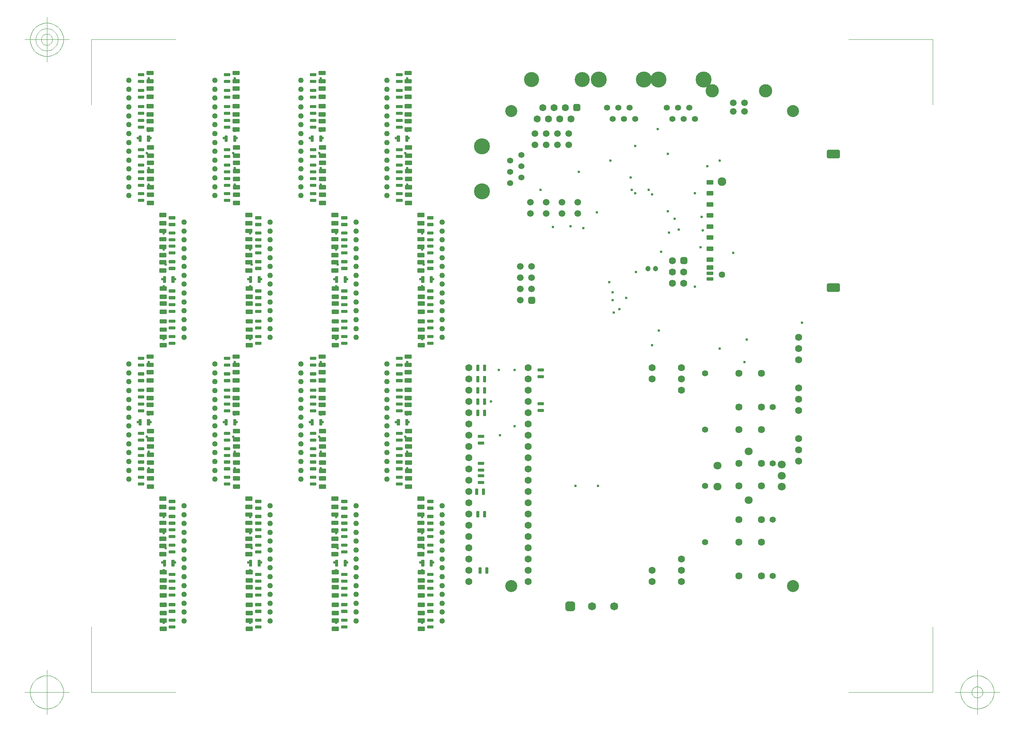
<source format=gbr>
G04 Generated by Ultiboard *
%FSLAX25Y25*%
%MOMM*%

%ADD10C,0.10000*%
%ADD11C,0.60000*%
%ADD12C,1.60000*%
%ADD13R,1.10000X0.60000*%
%ADD14C,0.40000*%
%ADD15R,1.10000X0.30000*%
%ADD16C,1.45560*%
%ADD17C,1.95560*%
%ADD18R,2.20000X1.20000*%
%ADD19C,0.80000*%
%ADD20C,1.35560*%
%ADD21C,3.60560*%
%ADD22R,0.60508X0.60508*%
%ADD23C,0.99492*%
%ADD24C,1.60884*%
%ADD25R,1.05867X0.27534*%
%ADD26C,0.42316*%
%ADD27R,1.18567X0.57175*%
%ADD28C,3.38684*%
%ADD29C,1.60800*%
%ADD30R,0.75342X0.75342*%
%ADD31C,0.84658*%
%ADD32R,0.27534X1.05867*%
%ADD33C,1.25000*%
%ADD34C,2.70916*%
%ADD35C,1.82016*%
%ADD36R,0.95250X0.95250*%
%ADD37C,1.29108*%
%ADD38C,1.50000*%
%ADD39R,0.63500X0.63500*%
%ADD40C,0.88900*%
%ADD41C,1.20000*%
%ADD42C,3.00000*%
%ADD43C,1.39700*%
%ADD44C,1.80000*%


%LNSolder Mask Top*%
%LPD*%
%FSLAX25Y25*%
%MOMM*%
G54D10*
X-500000Y-1186867D02*
X-500000Y285820D01*
X-500000Y-1186867D02*
X1397147Y-1186867D01*
X18471467Y-1186867D02*
X16574320Y-1186867D01*
X18471467Y-1186867D02*
X18471467Y285820D01*
X18471467Y13540000D02*
X18471467Y12067314D01*
X18471467Y13540000D02*
X16574320Y13540000D01*
X-500000Y13540000D02*
X1397147Y13540000D01*
X-500000Y13540000D02*
X-500000Y12067314D01*
X-1000000Y-1186867D02*
X-2000000Y-1186867D01*
X-1500000Y-1686867D02*
X-1500000Y-686867D01*
X-1125000Y-1186867D02*
X-1126806Y-1150110D01*
X-1126806Y-1150110D02*
X-1132206Y-1113708D01*
X-1132206Y-1113708D02*
X-1141147Y-1078010D01*
X-1141147Y-1078010D02*
X-1153545Y-1043360D01*
X-1153545Y-1043360D02*
X-1169280Y-1010093D01*
X-1169280Y-1010093D02*
X-1188199Y-978528D01*
X-1188199Y-978528D02*
X-1210121Y-948969D01*
X-1210121Y-948969D02*
X-1234835Y-921702D01*
X-1234835Y-921702D02*
X-1262103Y-896988D01*
X-1262103Y-896988D02*
X-1291661Y-875066D01*
X-1291661Y-875066D02*
X-1323226Y-856146D01*
X-1323226Y-856146D02*
X-1356494Y-840412D01*
X-1356494Y-840412D02*
X-1391143Y-828014D01*
X-1391143Y-828014D02*
X-1426841Y-819072D01*
X-1426841Y-819072D02*
X-1463244Y-813672D01*
X-1463244Y-813672D02*
X-1500000Y-811867D01*
X-1500000Y-811867D02*
X-1536756Y-813672D01*
X-1536756Y-813672D02*
X-1573159Y-819072D01*
X-1573159Y-819072D02*
X-1608857Y-828014D01*
X-1608857Y-828014D02*
X-1643506Y-840412D01*
X-1643506Y-840412D02*
X-1676774Y-856146D01*
X-1676774Y-856146D02*
X-1708339Y-875066D01*
X-1708339Y-875066D02*
X-1737897Y-896988D01*
X-1737897Y-896988D02*
X-1765165Y-921702D01*
X-1765165Y-921702D02*
X-1789879Y-948969D01*
X-1789879Y-948969D02*
X-1811801Y-978528D01*
X-1811801Y-978528D02*
X-1830720Y-1010093D01*
X-1830720Y-1010093D02*
X-1846455Y-1043360D01*
X-1846455Y-1043360D02*
X-1858853Y-1078010D01*
X-1858853Y-1078010D02*
X-1867794Y-1113708D01*
X-1867794Y-1113708D02*
X-1873194Y-1150110D01*
X-1873194Y-1150110D02*
X-1875000Y-1186867D01*
X-1875000Y-1186867D02*
X-1873194Y-1223623D01*
X-1873194Y-1223623D02*
X-1867794Y-1260025D01*
X-1867794Y-1260025D02*
X-1858853Y-1295723D01*
X-1858853Y-1295723D02*
X-1846455Y-1330373D01*
X-1846455Y-1330373D02*
X-1830720Y-1363640D01*
X-1830720Y-1363640D02*
X-1811801Y-1395205D01*
X-1811801Y-1395205D02*
X-1789879Y-1424764D01*
X-1789879Y-1424764D02*
X-1765165Y-1452032D01*
X-1765165Y-1452032D02*
X-1737897Y-1476746D01*
X-1737897Y-1476746D02*
X-1708339Y-1498668D01*
X-1708339Y-1498668D02*
X-1676774Y-1517587D01*
X-1676774Y-1517587D02*
X-1643506Y-1533321D01*
X-1643506Y-1533321D02*
X-1608857Y-1545719D01*
X-1608857Y-1545719D02*
X-1573159Y-1554661D01*
X-1573159Y-1554661D02*
X-1536756Y-1560061D01*
X-1536756Y-1560061D02*
X-1500000Y-1561867D01*
X-1500000Y-1561867D02*
X-1463244Y-1560061D01*
X-1463244Y-1560061D02*
X-1426841Y-1554661D01*
X-1426841Y-1554661D02*
X-1391143Y-1545719D01*
X-1391143Y-1545719D02*
X-1356494Y-1533321D01*
X-1356494Y-1533321D02*
X-1323226Y-1517587D01*
X-1323226Y-1517587D02*
X-1291661Y-1498668D01*
X-1291661Y-1498668D02*
X-1262103Y-1476746D01*
X-1262103Y-1476746D02*
X-1234835Y-1452032D01*
X-1234835Y-1452032D02*
X-1210121Y-1424764D01*
X-1210121Y-1424764D02*
X-1188199Y-1395205D01*
X-1188199Y-1395205D02*
X-1169280Y-1363640D01*
X-1169280Y-1363640D02*
X-1153545Y-1330373D01*
X-1153545Y-1330373D02*
X-1141147Y-1295723D01*
X-1141147Y-1295723D02*
X-1132206Y-1260025D01*
X-1132206Y-1260025D02*
X-1126806Y-1223623D01*
X-1126806Y-1223623D02*
X-1125000Y-1186867D01*
X18971467Y-1186867D02*
X19971467Y-1186867D01*
X19471467Y-1686867D02*
X19471467Y-686867D01*
X19846467Y-1186867D02*
X19844661Y-1150110D01*
X19844661Y-1150110D02*
X19839261Y-1113708D01*
X19839261Y-1113708D02*
X19830319Y-1078010D01*
X19830319Y-1078010D02*
X19817922Y-1043360D01*
X19817922Y-1043360D02*
X19802187Y-1010093D01*
X19802187Y-1010093D02*
X19783268Y-978528D01*
X19783268Y-978528D02*
X19761346Y-948969D01*
X19761346Y-948969D02*
X19736632Y-921702D01*
X19736632Y-921702D02*
X19709364Y-896988D01*
X19709364Y-896988D02*
X19679806Y-875066D01*
X19679806Y-875066D02*
X19648240Y-856146D01*
X19648240Y-856146D02*
X19614973Y-840412D01*
X19614973Y-840412D02*
X19580323Y-828014D01*
X19580323Y-828014D02*
X19544626Y-819072D01*
X19544626Y-819072D02*
X19508223Y-813672D01*
X19508223Y-813672D02*
X19471467Y-811867D01*
X19471467Y-811867D02*
X19434710Y-813672D01*
X19434710Y-813672D02*
X19398308Y-819072D01*
X19398308Y-819072D02*
X19362610Y-828014D01*
X19362610Y-828014D02*
X19327961Y-840412D01*
X19327961Y-840412D02*
X19294693Y-856146D01*
X19294693Y-856146D02*
X19263128Y-875066D01*
X19263128Y-875066D02*
X19233569Y-896988D01*
X19233569Y-896988D02*
X19206302Y-921702D01*
X19206302Y-921702D02*
X19181588Y-948969D01*
X19181588Y-948969D02*
X19159666Y-978528D01*
X19159666Y-978528D02*
X19140746Y-1010093D01*
X19140746Y-1010093D02*
X19125012Y-1043360D01*
X19125012Y-1043360D02*
X19112614Y-1078010D01*
X19112614Y-1078010D02*
X19103672Y-1113708D01*
X19103672Y-1113708D02*
X19098273Y-1150110D01*
X19098273Y-1150110D02*
X19096467Y-1186867D01*
X19096467Y-1186867D02*
X19098273Y-1223623D01*
X19098273Y-1223623D02*
X19103672Y-1260025D01*
X19103672Y-1260025D02*
X19112614Y-1295723D01*
X19112614Y-1295723D02*
X19125012Y-1330373D01*
X19125012Y-1330373D02*
X19140746Y-1363640D01*
X19140746Y-1363640D02*
X19159666Y-1395205D01*
X19159666Y-1395205D02*
X19181588Y-1424764D01*
X19181588Y-1424764D02*
X19206302Y-1452032D01*
X19206302Y-1452032D02*
X19233569Y-1476746D01*
X19233569Y-1476746D02*
X19263128Y-1498668D01*
X19263128Y-1498668D02*
X19294693Y-1517587D01*
X19294693Y-1517587D02*
X19327961Y-1533321D01*
X19327961Y-1533321D02*
X19362610Y-1545719D01*
X19362610Y-1545719D02*
X19398308Y-1554661D01*
X19398308Y-1554661D02*
X19434710Y-1560061D01*
X19434710Y-1560061D02*
X19471467Y-1561867D01*
X19471467Y-1561867D02*
X19508223Y-1560061D01*
X19508223Y-1560061D02*
X19544626Y-1554661D01*
X19544626Y-1554661D02*
X19580323Y-1545719D01*
X19580323Y-1545719D02*
X19614973Y-1533321D01*
X19614973Y-1533321D02*
X19648240Y-1517587D01*
X19648240Y-1517587D02*
X19679806Y-1498668D01*
X19679806Y-1498668D02*
X19709364Y-1476746D01*
X19709364Y-1476746D02*
X19736632Y-1452032D01*
X19736632Y-1452032D02*
X19761346Y-1424764D01*
X19761346Y-1424764D02*
X19783268Y-1395205D01*
X19783268Y-1395205D02*
X19802187Y-1363640D01*
X19802187Y-1363640D02*
X19817922Y-1330373D01*
X19817922Y-1330373D02*
X19830319Y-1295723D01*
X19830319Y-1295723D02*
X19839261Y-1260025D01*
X19839261Y-1260025D02*
X19844661Y-1223623D01*
X19844661Y-1223623D02*
X19846467Y-1186867D01*
X19596467Y-1186867D02*
X19595865Y-1174615D01*
X19595865Y-1174615D02*
X19594065Y-1162480D01*
X19594065Y-1162480D02*
X19591084Y-1150581D01*
X19591084Y-1150581D02*
X19586952Y-1139031D01*
X19586952Y-1139031D02*
X19581707Y-1127942D01*
X19581707Y-1127942D02*
X19575400Y-1117420D01*
X19575400Y-1117420D02*
X19568093Y-1107568D01*
X19568093Y-1107568D02*
X19559855Y-1098478D01*
X19559855Y-1098478D02*
X19550766Y-1090240D01*
X19550766Y-1090240D02*
X19540913Y-1082933D01*
X19540913Y-1082933D02*
X19530391Y-1076627D01*
X19530391Y-1076627D02*
X19519302Y-1071382D01*
X19519302Y-1071382D02*
X19507752Y-1067249D01*
X19507752Y-1067249D02*
X19495853Y-1064269D01*
X19495853Y-1064269D02*
X19483719Y-1062469D01*
X19483719Y-1062469D02*
X19471467Y-1061867D01*
X19471467Y-1061867D02*
X19459215Y-1062469D01*
X19459215Y-1062469D02*
X19447081Y-1064269D01*
X19447081Y-1064269D02*
X19435181Y-1067249D01*
X19435181Y-1067249D02*
X19423631Y-1071382D01*
X19423631Y-1071382D02*
X19412542Y-1076627D01*
X19412542Y-1076627D02*
X19402021Y-1082933D01*
X19402021Y-1082933D02*
X19392168Y-1090240D01*
X19392168Y-1090240D02*
X19383078Y-1098478D01*
X19383078Y-1098478D02*
X19374840Y-1107568D01*
X19374840Y-1107568D02*
X19367533Y-1117420D01*
X19367533Y-1117420D02*
X19361227Y-1127942D01*
X19361227Y-1127942D02*
X19355982Y-1139031D01*
X19355982Y-1139031D02*
X19351849Y-1150581D01*
X19351849Y-1150581D02*
X19348869Y-1162480D01*
X19348869Y-1162480D02*
X19347069Y-1174615D01*
X19347069Y-1174615D02*
X19346467Y-1186867D01*
X19346467Y-1186867D02*
X19347069Y-1199119D01*
X19347069Y-1199119D02*
X19348869Y-1211253D01*
X19348869Y-1211253D02*
X19351849Y-1223152D01*
X19351849Y-1223152D02*
X19355982Y-1234702D01*
X19355982Y-1234702D02*
X19361227Y-1245791D01*
X19361227Y-1245791D02*
X19367533Y-1256313D01*
X19367533Y-1256313D02*
X19374840Y-1266166D01*
X19374840Y-1266166D02*
X19383078Y-1275255D01*
X19383078Y-1275255D02*
X19392168Y-1283493D01*
X19392168Y-1283493D02*
X19402021Y-1290800D01*
X19402021Y-1290800D02*
X19412542Y-1297107D01*
X19412542Y-1297107D02*
X19423631Y-1302352D01*
X19423631Y-1302352D02*
X19435181Y-1306484D01*
X19435181Y-1306484D02*
X19447081Y-1309465D01*
X19447081Y-1309465D02*
X19459215Y-1311265D01*
X19459215Y-1311265D02*
X19471467Y-1311867D01*
X19471467Y-1311867D02*
X19483719Y-1311265D01*
X19483719Y-1311265D02*
X19495853Y-1309465D01*
X19495853Y-1309465D02*
X19507752Y-1306484D01*
X19507752Y-1306484D02*
X19519302Y-1302352D01*
X19519302Y-1302352D02*
X19530391Y-1297107D01*
X19530391Y-1297107D02*
X19540913Y-1290800D01*
X19540913Y-1290800D02*
X19550766Y-1283493D01*
X19550766Y-1283493D02*
X19559855Y-1275255D01*
X19559855Y-1275255D02*
X19568093Y-1266166D01*
X19568093Y-1266166D02*
X19575400Y-1256313D01*
X19575400Y-1256313D02*
X19581707Y-1245791D01*
X19581707Y-1245791D02*
X19586952Y-1234702D01*
X19586952Y-1234702D02*
X19591084Y-1223152D01*
X19591084Y-1223152D02*
X19594065Y-1211253D01*
X19594065Y-1211253D02*
X19595865Y-1199119D01*
X19595865Y-1199119D02*
X19596467Y-1186867D01*
X-1000000Y13540000D02*
X-2000000Y13540000D01*
X-1500000Y13040000D02*
X-1500000Y14040000D01*
X-1125000Y13540000D02*
X-1126806Y13576757D01*
X-1126806Y13576757D02*
X-1132206Y13613159D01*
X-1132206Y13613159D02*
X-1141147Y13648857D01*
X-1141147Y13648857D02*
X-1153545Y13683506D01*
X-1153545Y13683506D02*
X-1169280Y13716774D01*
X-1169280Y13716774D02*
X-1188199Y13748339D01*
X-1188199Y13748339D02*
X-1210121Y13777898D01*
X-1210121Y13777898D02*
X-1234835Y13805165D01*
X-1234835Y13805165D02*
X-1262103Y13829879D01*
X-1262103Y13829879D02*
X-1291661Y13851801D01*
X-1291661Y13851801D02*
X-1323226Y13870721D01*
X-1323226Y13870721D02*
X-1356494Y13886455D01*
X-1356494Y13886455D02*
X-1391143Y13898853D01*
X-1391143Y13898853D02*
X-1426841Y13907795D01*
X-1426841Y13907795D02*
X-1463244Y13913194D01*
X-1463244Y13913194D02*
X-1500000Y13915000D01*
X-1500000Y13915000D02*
X-1536756Y13913194D01*
X-1536756Y13913194D02*
X-1573159Y13907795D01*
X-1573159Y13907795D02*
X-1608857Y13898853D01*
X-1608857Y13898853D02*
X-1643506Y13886455D01*
X-1643506Y13886455D02*
X-1676774Y13870721D01*
X-1676774Y13870721D02*
X-1708339Y13851801D01*
X-1708339Y13851801D02*
X-1737897Y13829879D01*
X-1737897Y13829879D02*
X-1765165Y13805165D01*
X-1765165Y13805165D02*
X-1789879Y13777898D01*
X-1789879Y13777898D02*
X-1811801Y13748339D01*
X-1811801Y13748339D02*
X-1830720Y13716774D01*
X-1830720Y13716774D02*
X-1846455Y13683506D01*
X-1846455Y13683506D02*
X-1858853Y13648857D01*
X-1858853Y13648857D02*
X-1867794Y13613159D01*
X-1867794Y13613159D02*
X-1873194Y13576757D01*
X-1873194Y13576757D02*
X-1875000Y13540000D01*
X-1875000Y13540000D02*
X-1873194Y13503244D01*
X-1873194Y13503244D02*
X-1867794Y13466841D01*
X-1867794Y13466841D02*
X-1858853Y13431143D01*
X-1858853Y13431143D02*
X-1846455Y13396494D01*
X-1846455Y13396494D02*
X-1830720Y13363226D01*
X-1830720Y13363226D02*
X-1811801Y13331661D01*
X-1811801Y13331661D02*
X-1789879Y13302103D01*
X-1789879Y13302103D02*
X-1765165Y13274835D01*
X-1765165Y13274835D02*
X-1737897Y13250121D01*
X-1737897Y13250121D02*
X-1708339Y13228199D01*
X-1708339Y13228199D02*
X-1676774Y13209280D01*
X-1676774Y13209280D02*
X-1643506Y13193545D01*
X-1643506Y13193545D02*
X-1608857Y13181148D01*
X-1608857Y13181148D02*
X-1573159Y13172206D01*
X-1573159Y13172206D02*
X-1536756Y13166806D01*
X-1536756Y13166806D02*
X-1500000Y13165000D01*
X-1500000Y13165000D02*
X-1463244Y13166806D01*
X-1463244Y13166806D02*
X-1426841Y13172206D01*
X-1426841Y13172206D02*
X-1391143Y13181148D01*
X-1391143Y13181148D02*
X-1356494Y13193545D01*
X-1356494Y13193545D02*
X-1323226Y13209280D01*
X-1323226Y13209280D02*
X-1291661Y13228199D01*
X-1291661Y13228199D02*
X-1262103Y13250121D01*
X-1262103Y13250121D02*
X-1234835Y13274835D01*
X-1234835Y13274835D02*
X-1210121Y13302103D01*
X-1210121Y13302103D02*
X-1188199Y13331661D01*
X-1188199Y13331661D02*
X-1169280Y13363226D01*
X-1169280Y13363226D02*
X-1153545Y13396494D01*
X-1153545Y13396494D02*
X-1141147Y13431143D01*
X-1141147Y13431143D02*
X-1132206Y13466841D01*
X-1132206Y13466841D02*
X-1126806Y13503244D01*
X-1126806Y13503244D02*
X-1125000Y13540000D01*
X-1250000Y13540000D02*
X-1251204Y13564504D01*
X-1251204Y13564504D02*
X-1254804Y13588773D01*
X-1254804Y13588773D02*
X-1260765Y13612571D01*
X-1260765Y13612571D02*
X-1269030Y13635671D01*
X-1269030Y13635671D02*
X-1279520Y13657849D01*
X-1279520Y13657849D02*
X-1292133Y13678893D01*
X-1292133Y13678893D02*
X-1306747Y13698598D01*
X-1306747Y13698598D02*
X-1323223Y13716777D01*
X-1323223Y13716777D02*
X-1341402Y13733253D01*
X-1341402Y13733253D02*
X-1361108Y13747868D01*
X-1361108Y13747868D02*
X-1382151Y13760480D01*
X-1382151Y13760480D02*
X-1404329Y13770970D01*
X-1404329Y13770970D02*
X-1427429Y13779235D01*
X-1427429Y13779235D02*
X-1451228Y13785196D01*
X-1451228Y13785196D02*
X-1475496Y13788796D01*
X-1475496Y13788796D02*
X-1500000Y13790000D01*
X-1500000Y13790000D02*
X-1524504Y13788796D01*
X-1524504Y13788796D02*
X-1548773Y13785196D01*
X-1548773Y13785196D02*
X-1572571Y13779235D01*
X-1572571Y13779235D02*
X-1595671Y13770970D01*
X-1595671Y13770970D02*
X-1617849Y13760480D01*
X-1617849Y13760480D02*
X-1638893Y13747868D01*
X-1638893Y13747868D02*
X-1658598Y13733253D01*
X-1658598Y13733253D02*
X-1676777Y13716777D01*
X-1676777Y13716777D02*
X-1693253Y13698598D01*
X-1693253Y13698598D02*
X-1707867Y13678893D01*
X-1707867Y13678893D02*
X-1720480Y13657849D01*
X-1720480Y13657849D02*
X-1730970Y13635671D01*
X-1730970Y13635671D02*
X-1739235Y13612571D01*
X-1739235Y13612571D02*
X-1745196Y13588773D01*
X-1745196Y13588773D02*
X-1748796Y13564504D01*
X-1748796Y13564504D02*
X-1750000Y13540000D01*
X-1750000Y13540000D02*
X-1748796Y13515496D01*
X-1748796Y13515496D02*
X-1745196Y13491228D01*
X-1745196Y13491228D02*
X-1739235Y13467429D01*
X-1739235Y13467429D02*
X-1730970Y13444329D01*
X-1730970Y13444329D02*
X-1720480Y13422151D01*
X-1720480Y13422151D02*
X-1707867Y13401108D01*
X-1707867Y13401108D02*
X-1693253Y13381402D01*
X-1693253Y13381402D02*
X-1676777Y13363223D01*
X-1676777Y13363223D02*
X-1658598Y13346748D01*
X-1658598Y13346748D02*
X-1638893Y13332133D01*
X-1638893Y13332133D02*
X-1617849Y13319520D01*
X-1617849Y13319520D02*
X-1595671Y13309030D01*
X-1595671Y13309030D02*
X-1572571Y13300765D01*
X-1572571Y13300765D02*
X-1548773Y13294804D01*
X-1548773Y13294804D02*
X-1524504Y13291204D01*
X-1524504Y13291204D02*
X-1500000Y13290000D01*
X-1500000Y13290000D02*
X-1475496Y13291204D01*
X-1475496Y13291204D02*
X-1451228Y13294804D01*
X-1451228Y13294804D02*
X-1427429Y13300765D01*
X-1427429Y13300765D02*
X-1404329Y13309030D01*
X-1404329Y13309030D02*
X-1382151Y13319520D01*
X-1382151Y13319520D02*
X-1361108Y13332133D01*
X-1361108Y13332133D02*
X-1341402Y13346748D01*
X-1341402Y13346748D02*
X-1323223Y13363223D01*
X-1323223Y13363223D02*
X-1306747Y13381402D01*
X-1306747Y13381402D02*
X-1292133Y13401108D01*
X-1292133Y13401108D02*
X-1279520Y13422151D01*
X-1279520Y13422151D02*
X-1269030Y13444329D01*
X-1269030Y13444329D02*
X-1260765Y13467429D01*
X-1260765Y13467429D02*
X-1254804Y13491228D01*
X-1254804Y13491228D02*
X-1251204Y13515496D01*
X-1251204Y13515496D02*
X-1250000Y13540000D01*
X-1375000Y13540000D02*
X-1375602Y13552252D01*
X-1375602Y13552252D02*
X-1377402Y13564386D01*
X-1377402Y13564386D02*
X-1380383Y13576286D01*
X-1380383Y13576286D02*
X-1384515Y13587836D01*
X-1384515Y13587836D02*
X-1389760Y13598925D01*
X-1389760Y13598925D02*
X-1396066Y13609446D01*
X-1396066Y13609446D02*
X-1403374Y13619299D01*
X-1403374Y13619299D02*
X-1411612Y13628388D01*
X-1411612Y13628388D02*
X-1420701Y13636626D01*
X-1420701Y13636626D02*
X-1430554Y13643934D01*
X-1430554Y13643934D02*
X-1441076Y13650240D01*
X-1441076Y13650240D02*
X-1452165Y13655485D01*
X-1452165Y13655485D02*
X-1463715Y13659618D01*
X-1463715Y13659618D02*
X-1475614Y13662598D01*
X-1475614Y13662598D02*
X-1487748Y13664398D01*
X-1487748Y13664398D02*
X-1500000Y13665000D01*
X-1500000Y13665000D02*
X-1512252Y13664398D01*
X-1512252Y13664398D02*
X-1524386Y13662598D01*
X-1524386Y13662598D02*
X-1536286Y13659618D01*
X-1536286Y13659618D02*
X-1547835Y13655485D01*
X-1547835Y13655485D02*
X-1558925Y13650240D01*
X-1558925Y13650240D02*
X-1569446Y13643934D01*
X-1569446Y13643934D02*
X-1579299Y13636626D01*
X-1579299Y13636626D02*
X-1588388Y13628388D01*
X-1588388Y13628388D02*
X-1596626Y13619299D01*
X-1596626Y13619299D02*
X-1603934Y13609446D01*
X-1603934Y13609446D02*
X-1610240Y13598925D01*
X-1610240Y13598925D02*
X-1615485Y13587836D01*
X-1615485Y13587836D02*
X-1619618Y13576286D01*
X-1619618Y13576286D02*
X-1622598Y13564386D01*
X-1622598Y13564386D02*
X-1624398Y13552252D01*
X-1624398Y13552252D02*
X-1625000Y13540000D01*
X-1625000Y13540000D02*
X-1624398Y13527748D01*
X-1624398Y13527748D02*
X-1622598Y13515614D01*
X-1622598Y13515614D02*
X-1619618Y13503715D01*
X-1619618Y13503715D02*
X-1615485Y13492165D01*
X-1615485Y13492165D02*
X-1610240Y13481076D01*
X-1610240Y13481076D02*
X-1603934Y13470554D01*
X-1603934Y13470554D02*
X-1596626Y13460701D01*
X-1596626Y13460701D02*
X-1588388Y13451612D01*
X-1588388Y13451612D02*
X-1579299Y13443374D01*
X-1579299Y13443374D02*
X-1569446Y13436066D01*
X-1569446Y13436066D02*
X-1558925Y13429760D01*
X-1558925Y13429760D02*
X-1547835Y13424515D01*
X-1547835Y13424515D02*
X-1536286Y13420383D01*
X-1536286Y13420383D02*
X-1524386Y13417402D01*
X-1524386Y13417402D02*
X-1512252Y13415602D01*
X-1512252Y13415602D02*
X-1500000Y13415000D01*
X-1500000Y13415000D02*
X-1487748Y13415602D01*
X-1487748Y13415602D02*
X-1475614Y13417402D01*
X-1475614Y13417402D02*
X-1463715Y13420383D01*
X-1463715Y13420383D02*
X-1452165Y13424515D01*
X-1452165Y13424515D02*
X-1441076Y13429760D01*
X-1441076Y13429760D02*
X-1430554Y13436066D01*
X-1430554Y13436066D02*
X-1420701Y13443374D01*
X-1420701Y13443374D02*
X-1411612Y13451612D01*
X-1411612Y13451612D02*
X-1403374Y13460701D01*
X-1403374Y13460701D02*
X-1396066Y13470554D01*
X-1396066Y13470554D02*
X-1389760Y13481076D01*
X-1389760Y13481076D02*
X-1384515Y13492165D01*
X-1384515Y13492165D02*
X-1380383Y13503715D01*
X-1380383Y13503715D02*
X-1377402Y13515614D01*
X-1377402Y13515614D02*
X-1375602Y13527748D01*
X-1375602Y13527748D02*
X-1375000Y13540000D01*
G54D11*
X12748200Y9255400D03*
X6370000Y4905000D03*
X6370000Y11315000D03*
X3080000Y3180000D03*
X1140000Y3180000D03*
X1140000Y1560000D03*
X1140000Y780000D03*
X1140000Y380000D03*
X1140000Y1180000D03*
X1140000Y2400000D03*
X1180000Y2060000D03*
X1100000Y1740000D03*
X1390000Y1740000D03*
X1140000Y2770000D03*
X3080000Y1560000D03*
X3080000Y780000D03*
X3080000Y380000D03*
X3080000Y1180000D03*
X3080000Y2400000D03*
X3040000Y1740000D03*
X3120000Y2060000D03*
X3080000Y2770000D03*
X760000Y4580000D03*
X800000Y3870000D03*
X800000Y3460000D03*
X800000Y4240000D03*
X840000Y4905000D03*
X800000Y6260000D03*
X800000Y5460000D03*
X800000Y5080000D03*
X800000Y5860000D03*
X550000Y4905000D03*
X2740000Y3460000D03*
X2740000Y3870000D03*
X2740000Y4240000D03*
X2700000Y4580000D03*
X2780000Y4905000D03*
X2490000Y4905000D03*
X2740000Y5080000D03*
X2740000Y5460000D03*
X2740000Y5860000D03*
X2740000Y6260000D03*
X5020000Y3180000D03*
X3330000Y1740000D03*
X5020000Y1560000D03*
X5020000Y780000D03*
X5020000Y380000D03*
X5020000Y1180000D03*
X5020000Y2400000D03*
X4980000Y1740000D03*
X5060000Y2060000D03*
X5270000Y1740000D03*
X5020000Y2770000D03*
X4680000Y3460000D03*
X4680000Y3870000D03*
X4680000Y4240000D03*
X4640000Y4580000D03*
X4430000Y4905000D03*
X4720000Y4905000D03*
X4680000Y5080000D03*
X4680000Y5460000D03*
X4680000Y5860000D03*
X4680000Y6260000D03*
X3080000Y9580000D03*
X1140000Y9580000D03*
X1140000Y7970000D03*
X1140000Y7180000D03*
X1140000Y6780000D03*
X1140000Y7580000D03*
X1140000Y8800000D03*
X1180000Y8460000D03*
X1100000Y8135000D03*
X1390000Y8135000D03*
X1140000Y9170000D03*
X3080000Y7970000D03*
X3080000Y7180000D03*
X3080000Y6780000D03*
X3080000Y7580000D03*
X3080000Y8800000D03*
X3040000Y8135000D03*
X3120000Y8460000D03*
X3080000Y9170000D03*
X760000Y10980000D03*
X800000Y10270000D03*
X800000Y9860000D03*
X800000Y10640000D03*
X840000Y11315000D03*
X800000Y12660000D03*
X800000Y11860000D03*
X800000Y11480000D03*
X800000Y12260000D03*
X550000Y11315000D03*
X2740000Y9860000D03*
X2740000Y10270000D03*
X2740000Y10640000D03*
X2700000Y10980000D03*
X2780000Y11315000D03*
X2490000Y11315000D03*
X2740000Y11480000D03*
X2740000Y11860000D03*
X2740000Y12260000D03*
X2740000Y12660000D03*
X5020000Y9580000D03*
X3330000Y8135000D03*
X5020000Y7970000D03*
X5020000Y7180000D03*
X5020000Y6780000D03*
X5020000Y7580000D03*
X5020000Y8800000D03*
X4980000Y8135000D03*
X5060000Y8460000D03*
X5270000Y8135000D03*
X5020000Y9170000D03*
X4680000Y9860000D03*
X4680000Y10270000D03*
X4680000Y10640000D03*
X4640000Y10980000D03*
X4430000Y11315000D03*
X4720000Y11315000D03*
X4680000Y11480000D03*
X4680000Y11860000D03*
X4680000Y12260000D03*
X4680000Y12660000D03*
X6960000Y3180000D03*
X6960000Y1560000D03*
X6960000Y780000D03*
X6960000Y380000D03*
X6960000Y1180000D03*
X7210000Y1740000D03*
X6960000Y2400000D03*
X6920000Y1740000D03*
X7000000Y2060000D03*
X6960000Y2770000D03*
X6620000Y3460000D03*
X6620000Y3870000D03*
X6620000Y4240000D03*
X6580000Y4580000D03*
X6660000Y4905000D03*
X6620000Y5080000D03*
X6620000Y5460000D03*
X6620000Y5860000D03*
X6620000Y6260000D03*
X9046200Y4816800D03*
X8716000Y4613600D03*
X8512800Y5375600D03*
X8690600Y6086800D03*
X9046200Y6086800D03*
X10417800Y3470600D03*
X10925800Y3470600D03*
X9630400Y10150800D03*
X6960000Y9580000D03*
X6960000Y7970000D03*
X6960000Y7180000D03*
X6960000Y6780000D03*
X6960000Y7580000D03*
X7210000Y8135000D03*
X6960000Y8800000D03*
X6920000Y8135000D03*
X7000000Y8460000D03*
X6960000Y9170000D03*
X6620000Y9860000D03*
X6620000Y10270000D03*
X6620000Y10640000D03*
X6580000Y10980000D03*
X6660000Y11315000D03*
X6620000Y11480000D03*
X6620000Y11860000D03*
X6620000Y12260000D03*
X6620000Y12660000D03*
X10900400Y9642800D03*
X11179800Y8068000D03*
X9909800Y9312600D03*
X10302200Y9324000D03*
X10595600Y9287200D03*
X11560800Y7712400D03*
X11281400Y7382200D03*
X11408400Y7458400D03*
X11256000Y7661600D03*
X11256000Y7839400D03*
X12145000Y6645600D03*
X12297400Y6975800D03*
X11779800Y8296600D03*
X12348200Y8753800D03*
X12526000Y9185600D03*
X12648000Y9495400D03*
X11205200Y10811200D03*
X10494000Y10557200D03*
X11662400Y10430200D03*
X11687800Y10150800D03*
X11764000Y10074600D03*
X11764000Y11141400D03*
X12145000Y10049200D03*
X12068800Y10150800D03*
X12500600Y9668200D03*
X12500600Y10963600D03*
X12272000Y11522400D03*
X14227800Y6264600D03*
X13110200Y7966400D03*
X13669000Y6569400D03*
X14278600Y6772600D03*
X13237200Y8855400D03*
X13288000Y9236400D03*
X13262600Y9541200D03*
X13973800Y8728400D03*
X15523200Y7153600D03*
X13110200Y10074600D03*
X13389600Y10684200D03*
X13669000Y10811200D03*
G54D12*
X9351000Y1565600D03*
X9351000Y1311600D03*
X9351000Y2327600D03*
X9351000Y2073600D03*
X9351000Y1819600D03*
X9351000Y2835600D03*
X9351000Y2581600D03*
X9351000Y3089600D03*
X9351000Y4867600D03*
X9351000Y3597600D03*
X9351000Y3343600D03*
X9351000Y3851600D03*
X9351000Y4359600D03*
X9351000Y4105600D03*
X9351000Y4613600D03*
X9351000Y5629600D03*
X9351000Y5121600D03*
X9351000Y5375600D03*
X9351000Y5883600D03*
X9351000Y6137600D03*
X12145000Y1565600D03*
X12145000Y1311600D03*
X12145000Y5883600D03*
X12145000Y6137600D03*
X12805400Y1819600D03*
X12805400Y1311600D03*
X12805400Y1565600D03*
X12805400Y5629600D03*
X12805400Y6137600D03*
X12805400Y5883600D03*
X8009400Y3089600D03*
X8009400Y1819600D03*
X8009400Y1311600D03*
X8009400Y1565600D03*
X8009400Y2581600D03*
X8009400Y2073600D03*
X8009400Y2327600D03*
X8009400Y2835600D03*
X8009400Y3343600D03*
X8009400Y4867600D03*
X8009400Y4105600D03*
X8009400Y3597600D03*
X8009400Y3851600D03*
X8009400Y4613600D03*
X8009400Y4359600D03*
X8009400Y5629600D03*
X8009400Y5375600D03*
X8009400Y5121600D03*
X8009400Y6137600D03*
X8009400Y5883600D03*
X12856200Y8042600D03*
X12856200Y8296600D03*
X12602200Y8296600D03*
X9554200Y11751000D03*
X9681200Y12005000D03*
X10189200Y12005000D03*
X9935200Y12005000D03*
X10062200Y11751000D03*
X9808200Y11751000D03*
X15447000Y6315400D03*
X15447000Y6823400D03*
X15447000Y6569400D03*
X15447000Y4029400D03*
X15447000Y4283400D03*
X15447000Y4537400D03*
X15447000Y5680400D03*
X15447000Y5172400D03*
X15447000Y5426400D03*
G54D13*
X13440400Y9574600D03*
X13440400Y8824600D03*
X13440400Y8398200D03*
X13440400Y8574600D03*
X13440400Y9074600D03*
X13440400Y9324600D03*
X13440400Y10324600D03*
X13440400Y10074600D03*
X13440400Y9824600D03*
G54D14*
X13385400Y9544600D02*
X13495400Y9544600D01*
X13495400Y9604600D01*
X13385400Y9604600D01*
X13385400Y9544600D01*D02*
X13385400Y8794600D02*
X13495400Y8794600D01*
X13495400Y8854600D01*
X13385400Y8854600D01*
X13385400Y8794600D01*D02*
X13385400Y8368200D02*
X13495400Y8368200D01*
X13495400Y8428200D01*
X13385400Y8428200D01*
X13385400Y8368200D01*D02*
X13385400Y8129200D02*
X13495400Y8129200D01*
X13495400Y8159200D01*
X13385400Y8159200D01*
X13385400Y8129200D01*D02*
X13385400Y8256200D02*
X13495400Y8256200D01*
X13495400Y8286200D01*
X13385400Y8286200D01*
X13385400Y8256200D01*D02*
X13385400Y8544600D02*
X13495400Y8544600D01*
X13495400Y8604600D01*
X13385400Y8604600D01*
X13385400Y8544600D01*D02*
X13385400Y9044600D02*
X13495400Y9044600D01*
X13495400Y9104600D01*
X13385400Y9104600D01*
X13385400Y9044600D01*D02*
X13385400Y9294600D02*
X13495400Y9294600D01*
X13495400Y9354600D01*
X13385400Y9354600D01*
X13385400Y9294600D01*D02*
X13385400Y10294600D02*
X13495400Y10294600D01*
X13495400Y10354600D01*
X13385400Y10354600D01*
X13385400Y10294600D01*D02*
X13385400Y10044600D02*
X13495400Y10044600D01*
X13495400Y10104600D01*
X13385400Y10104600D01*
X13385400Y10044600D01*D02*
X13385400Y9794600D02*
X13495400Y9794600D01*
X13495400Y9854600D01*
X13385400Y9854600D01*
X13385400Y9794600D01*D02*
G54D15*
X13440400Y8144200D03*
X13440400Y8271200D03*
G54D16*
X13720400Y8234600D03*
G54D17*
X13720400Y10334600D03*
G54D18*
X16220400Y7944600D03*
X16220400Y10964600D03*
G54D19*
X16110400Y7884600D02*
X16330400Y7884600D01*
X16330400Y8004600D01*
X16110400Y8004600D01*
X16110400Y7884600D01*D02*
X16110400Y10904600D02*
X16330400Y10904600D01*
X16330400Y11024600D01*
X16110400Y11024600D01*
X16110400Y10904600D01*D02*
G54D20*
X12729200Y12005000D03*
X12856200Y11751000D03*
X12475200Y12005000D03*
X12602200Y11751000D03*
X12983200Y12005000D03*
X13110200Y11751000D03*
X11129000Y12005000D03*
X11256000Y11751000D03*
X11383000Y12005000D03*
X11637000Y12005000D03*
X11510000Y11751000D03*
X11764000Y11751000D03*
X9198600Y10430200D03*
X8944600Y10303200D03*
X9198600Y10938200D03*
X9198600Y10684200D03*
X8944600Y10811200D03*
X8944600Y10557200D03*
G54D21*
X12284700Y12640000D03*
X13300700Y12640000D03*
X10938500Y12640000D03*
X11954500Y12640000D03*
X8309600Y11128700D03*
X8309600Y10112700D03*
G54D22*
X12856200Y8550600D03*
G54D23*
X12825946Y8520346D02*
X12886454Y8520346D01*
X12886454Y8580854D01*
X12825946Y8580854D01*
X12825946Y8520346D01*D02*
G54D24*
X12602200Y8042600D03*
X12602200Y8550600D03*
X14100800Y2708600D03*
X14608800Y2708600D03*
X14100800Y3470600D03*
X14608800Y3470600D03*
X14100800Y1438600D03*
X14100800Y2200600D03*
X14608800Y1438600D03*
X14608800Y2200600D03*
X14100800Y4740600D03*
X14100800Y3978600D03*
X14608800Y4740600D03*
X14608800Y3978600D03*
X14100800Y5248600D03*
X14100800Y6010600D03*
X14608800Y5248600D03*
X14608800Y6010600D03*
G54D25*
X620000Y12750000D03*
X620000Y12597600D03*
X2560000Y12750000D03*
X2560000Y12597600D03*
X4500000Y12750000D03*
X4500000Y12597600D03*
X6440000Y12750000D03*
X6440000Y12597600D03*
X6440000Y6350000D03*
X6440000Y6197600D03*
X6440000Y4010000D03*
X6440000Y3857600D03*
X6440000Y3670000D03*
X6440000Y3517600D03*
X6440000Y4157600D03*
X6440000Y4310000D03*
X6440000Y4507600D03*
X6440000Y4660000D03*
X6440000Y5630000D03*
X6440000Y5477600D03*
X6440000Y5167600D03*
X6440000Y5320000D03*
X6440000Y6000000D03*
X6440000Y5847600D03*
X6440000Y10410000D03*
X6440000Y10257600D03*
X6440000Y10070000D03*
X6440000Y9917600D03*
X6440000Y10557600D03*
X6440000Y10710000D03*
X6440000Y10907600D03*
X6440000Y11060000D03*
X6440000Y12030000D03*
X6440000Y11877600D03*
X6440000Y11567600D03*
X6440000Y11720000D03*
X6440000Y12400000D03*
X6440000Y12247600D03*
X620000Y6350000D03*
X620000Y6197600D03*
X2560000Y6350000D03*
X2560000Y6197600D03*
X4500000Y6350000D03*
X4500000Y6197600D03*
X3260000Y792400D03*
X3260000Y640000D03*
X3260000Y442400D03*
X3260000Y290000D03*
X3260000Y1162400D03*
X3260000Y1010000D03*
X3260000Y1472400D03*
X3260000Y1320000D03*
X3260000Y2482400D03*
X3260000Y2330000D03*
X3260000Y1980000D03*
X3260000Y2132400D03*
X3260000Y2782400D03*
X3260000Y2630000D03*
X3260000Y3122400D03*
X3260000Y2970000D03*
X1320000Y792400D03*
X1320000Y640000D03*
X1320000Y442400D03*
X1320000Y290000D03*
X1320000Y1162400D03*
X1320000Y1010000D03*
X1320000Y1472400D03*
X1320000Y1320000D03*
X1320000Y2330000D03*
X1320000Y2482400D03*
X1320000Y1980000D03*
X1320000Y2132400D03*
X1320000Y2782400D03*
X1320000Y2630000D03*
X1320000Y3122400D03*
X1320000Y2970000D03*
X620000Y4010000D03*
X620000Y3857600D03*
X620000Y3517600D03*
X620000Y3670000D03*
X620000Y4310000D03*
X620000Y4157600D03*
X620000Y4660000D03*
X620000Y4507600D03*
X620000Y5630000D03*
X620000Y5477600D03*
X620000Y5167600D03*
X620000Y5320000D03*
X620000Y6000000D03*
X620000Y5847600D03*
X2560000Y4010000D03*
X2560000Y3857600D03*
X2560000Y3517600D03*
X2560000Y3670000D03*
X2560000Y4310000D03*
X2560000Y4157600D03*
X2560000Y4660000D03*
X2560000Y4507600D03*
X2560000Y5630000D03*
X2560000Y5477600D03*
X2560000Y5167600D03*
X2560000Y5320000D03*
X2560000Y6000000D03*
X2560000Y5847600D03*
X5200000Y792400D03*
X5200000Y640000D03*
X5200000Y290000D03*
X5200000Y442400D03*
X5200000Y1162400D03*
X5200000Y1010000D03*
X5200000Y1472400D03*
X5200000Y1320000D03*
X5200000Y2330000D03*
X5200000Y2482400D03*
X5200000Y1980000D03*
X5200000Y2132400D03*
X5200000Y2782400D03*
X5200000Y2630000D03*
X5200000Y3122400D03*
X5200000Y2970000D03*
X4500000Y4010000D03*
X4500000Y3857600D03*
X4500000Y3517600D03*
X4500000Y3670000D03*
X4500000Y4157600D03*
X4500000Y4310000D03*
X4500000Y4660000D03*
X4500000Y4507600D03*
X4500000Y5630000D03*
X4500000Y5477600D03*
X4500000Y5167600D03*
X4500000Y5320000D03*
X4500000Y6000000D03*
X4500000Y5847600D03*
X3260000Y7192400D03*
X3260000Y7040000D03*
X3260000Y6842400D03*
X3260000Y6690000D03*
X3260000Y7562400D03*
X3260000Y7410000D03*
X3260000Y7872400D03*
X3260000Y7720000D03*
X3260000Y8882400D03*
X3260000Y8730000D03*
X3260000Y8380000D03*
X3260000Y8532400D03*
X3260000Y9182400D03*
X3260000Y9030000D03*
X3260000Y9522400D03*
X3260000Y9370000D03*
X1320000Y7192400D03*
X1320000Y7040000D03*
X1320000Y6842400D03*
X1320000Y6690000D03*
X1320000Y7562400D03*
X1320000Y7410000D03*
X1320000Y7872400D03*
X1320000Y7720000D03*
X1320000Y8730000D03*
X1320000Y8882400D03*
X1320000Y8380000D03*
X1320000Y8532400D03*
X1320000Y9182400D03*
X1320000Y9030000D03*
X1320000Y9522400D03*
X1320000Y9370000D03*
X620000Y10410000D03*
X620000Y10257600D03*
X620000Y9917600D03*
X620000Y10070000D03*
X620000Y10710000D03*
X620000Y10557600D03*
X620000Y11060000D03*
X620000Y10907600D03*
X620000Y12030000D03*
X620000Y11877600D03*
X620000Y11567600D03*
X620000Y11720000D03*
X620000Y12400000D03*
X620000Y12247600D03*
X2560000Y10410000D03*
X2560000Y10257600D03*
X2560000Y9917600D03*
X2560000Y10070000D03*
X2560000Y10710000D03*
X2560000Y10557600D03*
X2560000Y11060000D03*
X2560000Y10907600D03*
X2560000Y12030000D03*
X2560000Y11877600D03*
X2560000Y11567600D03*
X2560000Y11720000D03*
X2560000Y12400000D03*
X2560000Y12247600D03*
X5200000Y7192400D03*
X5200000Y7040000D03*
X5200000Y6690000D03*
X5200000Y6842400D03*
X5200000Y7562400D03*
X5200000Y7410000D03*
X5200000Y7872400D03*
X5200000Y7720000D03*
X5200000Y8730000D03*
X5200000Y8882400D03*
X5200000Y8380000D03*
X5200000Y8532400D03*
X5200000Y9182400D03*
X5200000Y9030000D03*
X5200000Y9522400D03*
X5200000Y9370000D03*
X4500000Y10410000D03*
X4500000Y10257600D03*
X4500000Y9917600D03*
X4500000Y10070000D03*
X4500000Y10557600D03*
X4500000Y10710000D03*
X4500000Y11060000D03*
X4500000Y10907600D03*
X4500000Y12030000D03*
X4500000Y11877600D03*
X4500000Y11567600D03*
X4500000Y11720000D03*
X4500000Y12400000D03*
X4500000Y12247600D03*
X9630400Y5324800D03*
X9630400Y5172400D03*
X9630400Y6086800D03*
X9630400Y5934400D03*
X7140000Y792400D03*
X7140000Y640000D03*
X7140000Y442400D03*
X7140000Y290000D03*
X7140000Y1162400D03*
X7140000Y1010000D03*
X7140000Y1320000D03*
X7140000Y1472400D03*
X7140000Y2330000D03*
X7140000Y2482400D03*
X7140000Y1980000D03*
X7140000Y2132400D03*
X7140000Y2782400D03*
X7140000Y2630000D03*
X7140000Y2970000D03*
X7140000Y3122400D03*
X8284200Y3978600D03*
X8284200Y3826200D03*
X8284200Y3546800D03*
X8284200Y3699200D03*
X8284200Y4435800D03*
X8284200Y4588200D03*
X7140000Y7192400D03*
X7140000Y7040000D03*
X7140000Y6842400D03*
X7140000Y6690000D03*
X7140000Y7562400D03*
X7140000Y7410000D03*
X7140000Y7720000D03*
X7140000Y7872400D03*
X7140000Y8730000D03*
X7140000Y8882400D03*
X7140000Y8380000D03*
X7140000Y8532400D03*
X7140000Y9182400D03*
X7140000Y9030000D03*
X7140000Y9370000D03*
X7140000Y9522400D03*
G54D26*
X567067Y12736233D02*
X672933Y12736233D01*
X672933Y12763767D01*
X567067Y12763767D01*
X567067Y12736233D01*D02*
X567067Y12583833D02*
X672933Y12583833D01*
X672933Y12611367D01*
X567067Y12611367D01*
X567067Y12583833D01*D02*
X760717Y12761413D02*
X879283Y12761413D01*
X879283Y12818587D01*
X760717Y12818587D01*
X760717Y12761413D01*D02*
X760717Y12575147D02*
X879283Y12575147D01*
X879283Y12632321D01*
X760717Y12632321D01*
X760717Y12575147D01*D02*
X2507067Y12736233D02*
X2612933Y12736233D01*
X2612933Y12763767D01*
X2507067Y12763767D01*
X2507067Y12736233D01*D02*
X2507067Y12583833D02*
X2612933Y12583833D01*
X2612933Y12611367D01*
X2507067Y12611367D01*
X2507067Y12583833D01*D02*
X2700717Y12761413D02*
X2819283Y12761413D01*
X2819283Y12818587D01*
X2700717Y12818587D01*
X2700717Y12761413D01*D02*
X2700717Y12575147D02*
X2819283Y12575147D01*
X2819283Y12632321D01*
X2700717Y12632321D01*
X2700717Y12575147D01*D02*
X4447067Y12736233D02*
X4552933Y12736233D01*
X4552933Y12763767D01*
X4447067Y12763767D01*
X4447067Y12736233D01*D02*
X4447067Y12583833D02*
X4552933Y12583833D01*
X4552933Y12611367D01*
X4447067Y12611367D01*
X4447067Y12583833D01*D02*
X4640717Y12761413D02*
X4759283Y12761413D01*
X4759283Y12818587D01*
X4640717Y12818587D01*
X4640717Y12761413D01*D02*
X4640717Y12575147D02*
X4759283Y12575147D01*
X4759283Y12632321D01*
X4640717Y12632321D01*
X4640717Y12575147D01*D02*
X6387067Y12736233D02*
X6492933Y12736233D01*
X6492933Y12763767D01*
X6387067Y12763767D01*
X6387067Y12736233D01*D02*
X6387067Y12583833D02*
X6492933Y12583833D01*
X6492933Y12611367D01*
X6387067Y12611367D01*
X6387067Y12583833D01*D02*
X6580717Y12761413D02*
X6699283Y12761413D01*
X6699283Y12818587D01*
X6580717Y12818587D01*
X6580717Y12761413D01*D02*
X6580717Y12575147D02*
X6699283Y12575147D01*
X6699283Y12632321D01*
X6580717Y12632321D01*
X6580717Y12575147D01*D02*
X6387067Y6336233D02*
X6492933Y6336233D01*
X6492933Y6363767D01*
X6387067Y6363767D01*
X6387067Y6336233D01*D02*
X6387067Y6183833D02*
X6492933Y6183833D01*
X6492933Y6211367D01*
X6387067Y6211367D01*
X6387067Y6183833D01*D02*
X6405733Y4857067D02*
X6433267Y4857067D01*
X6433267Y4962933D01*
X6405733Y4962933D01*
X6405733Y4857067D01*D02*
X6596233Y4857067D02*
X6623767Y4857067D01*
X6623767Y4962933D01*
X6596233Y4962933D01*
X6596233Y4857067D01*D02*
X6387067Y3996233D02*
X6492933Y3996233D01*
X6492933Y4023767D01*
X6387067Y4023767D01*
X6387067Y3996233D01*D02*
X6387067Y3843833D02*
X6492933Y3843833D01*
X6492933Y3871367D01*
X6387067Y3871367D01*
X6387067Y3843833D01*D02*
X6387067Y3656233D02*
X6492933Y3656233D01*
X6492933Y3683767D01*
X6387067Y3683767D01*
X6387067Y3656233D01*D02*
X6387067Y3503833D02*
X6492933Y3503833D01*
X6492933Y3531367D01*
X6387067Y3531367D01*
X6387067Y3503833D01*D02*
X6387067Y4143833D02*
X6492933Y4143833D01*
X6492933Y4171367D01*
X6387067Y4171367D01*
X6387067Y4143833D01*D02*
X6387067Y4296233D02*
X6492933Y4296233D01*
X6492933Y4323767D01*
X6387067Y4323767D01*
X6387067Y4296233D01*D02*
X6387067Y4493833D02*
X6492933Y4493833D01*
X6492933Y4521367D01*
X6387067Y4521367D01*
X6387067Y4493833D01*D02*
X6387067Y4646233D02*
X6492933Y4646233D01*
X6492933Y4673767D01*
X6387067Y4673767D01*
X6387067Y4646233D01*D02*
X6387067Y5616233D02*
X6492933Y5616233D01*
X6492933Y5643767D01*
X6387067Y5643767D01*
X6387067Y5616233D01*D02*
X6387067Y5463833D02*
X6492933Y5463833D01*
X6492933Y5491367D01*
X6387067Y5491367D01*
X6387067Y5463833D01*D02*
X6387067Y5153833D02*
X6492933Y5153833D01*
X6492933Y5181367D01*
X6387067Y5181367D01*
X6387067Y5153833D01*D02*
X6387067Y5306233D02*
X6492933Y5306233D01*
X6492933Y5333767D01*
X6387067Y5333767D01*
X6387067Y5306233D01*D02*
X6387067Y5986233D02*
X6492933Y5986233D01*
X6492933Y6013767D01*
X6387067Y6013767D01*
X6387067Y5986233D01*D02*
X6387067Y5833833D02*
X6492933Y5833833D01*
X6492933Y5861367D01*
X6387067Y5861367D01*
X6387067Y5833833D01*D02*
X6405733Y11257067D02*
X6433267Y11257067D01*
X6433267Y11362933D01*
X6405733Y11362933D01*
X6405733Y11257067D01*D02*
X6596233Y11257067D02*
X6623767Y11257067D01*
X6623767Y11362933D01*
X6596233Y11362933D01*
X6596233Y11257067D01*D02*
X6387067Y10396233D02*
X6492933Y10396233D01*
X6492933Y10423767D01*
X6387067Y10423767D01*
X6387067Y10396233D01*D02*
X6387067Y10243833D02*
X6492933Y10243833D01*
X6492933Y10271367D01*
X6387067Y10271367D01*
X6387067Y10243833D01*D02*
X6387067Y10056233D02*
X6492933Y10056233D01*
X6492933Y10083767D01*
X6387067Y10083767D01*
X6387067Y10056233D01*D02*
X6387067Y9903833D02*
X6492933Y9903833D01*
X6492933Y9931367D01*
X6387067Y9931367D01*
X6387067Y9903833D01*D02*
X6387067Y10543833D02*
X6492933Y10543833D01*
X6492933Y10571367D01*
X6387067Y10571367D01*
X6387067Y10543833D01*D02*
X6387067Y10696233D02*
X6492933Y10696233D01*
X6492933Y10723767D01*
X6387067Y10723767D01*
X6387067Y10696233D01*D02*
X6387067Y10893833D02*
X6492933Y10893833D01*
X6492933Y10921367D01*
X6387067Y10921367D01*
X6387067Y10893833D01*D02*
X6387067Y11046233D02*
X6492933Y11046233D01*
X6492933Y11073767D01*
X6387067Y11073767D01*
X6387067Y11046233D01*D02*
X6387067Y12016233D02*
X6492933Y12016233D01*
X6492933Y12043767D01*
X6387067Y12043767D01*
X6387067Y12016233D01*D02*
X6387067Y11863833D02*
X6492933Y11863833D01*
X6492933Y11891367D01*
X6387067Y11891367D01*
X6387067Y11863833D01*D02*
X6387067Y11553833D02*
X6492933Y11553833D01*
X6492933Y11581367D01*
X6387067Y11581367D01*
X6387067Y11553833D01*D02*
X6387067Y11706233D02*
X6492933Y11706233D01*
X6492933Y11733767D01*
X6387067Y11733767D01*
X6387067Y11706233D01*D02*
X6387067Y12386233D02*
X6492933Y12386233D01*
X6492933Y12413767D01*
X6387067Y12413767D01*
X6387067Y12386233D01*D02*
X6387067Y12233833D02*
X6492933Y12233833D01*
X6492933Y12261367D01*
X6387067Y12261367D01*
X6387067Y12233833D01*D02*
X567067Y6336233D02*
X672933Y6336233D01*
X672933Y6363767D01*
X567067Y6363767D01*
X567067Y6336233D01*D02*
X567067Y6183833D02*
X672933Y6183833D01*
X672933Y6211367D01*
X567067Y6211367D01*
X567067Y6183833D01*D02*
X760717Y6361413D02*
X879283Y6361413D01*
X879283Y6418587D01*
X760717Y6418587D01*
X760717Y6361413D01*D02*
X760717Y6175147D02*
X879283Y6175147D01*
X879283Y6232321D01*
X760717Y6232321D01*
X760717Y6175147D01*D02*
X2507067Y6336233D02*
X2612933Y6336233D01*
X2612933Y6363767D01*
X2507067Y6363767D01*
X2507067Y6336233D01*D02*
X2507067Y6183833D02*
X2612933Y6183833D01*
X2612933Y6211367D01*
X2507067Y6211367D01*
X2507067Y6183833D01*D02*
X2700717Y6361413D02*
X2819283Y6361413D01*
X2819283Y6418587D01*
X2700717Y6418587D01*
X2700717Y6361413D01*D02*
X2700717Y6175147D02*
X2819283Y6175147D01*
X2819283Y6232321D01*
X2700717Y6232321D01*
X2700717Y6175147D01*D02*
X4447067Y6336233D02*
X4552933Y6336233D01*
X4552933Y6363767D01*
X4447067Y6363767D01*
X4447067Y6336233D01*D02*
X4447067Y6183833D02*
X4552933Y6183833D01*
X4552933Y6211367D01*
X4447067Y6211367D01*
X4447067Y6183833D01*D02*
X4640717Y6361413D02*
X4759283Y6361413D01*
X4759283Y6418587D01*
X4640717Y6418587D01*
X4640717Y6361413D01*D02*
X4640717Y6175147D02*
X4759283Y6175147D01*
X4759283Y6232321D01*
X4640717Y6232321D01*
X4640717Y6175147D01*D02*
X3076233Y1677067D02*
X3103767Y1677067D01*
X3103767Y1782933D01*
X3076233Y1782933D01*
X3076233Y1677067D01*D02*
X3266733Y1677067D02*
X3294267Y1677067D01*
X3294267Y1782933D01*
X3266733Y1782933D01*
X3266733Y1677067D01*D02*
X3207067Y778633D02*
X3312933Y778633D01*
X3312933Y806167D01*
X3207067Y806167D01*
X3207067Y778633D01*D02*
X3207067Y626233D02*
X3312933Y626233D01*
X3312933Y653767D01*
X3207067Y653767D01*
X3207067Y626233D01*D02*
X3207067Y428633D02*
X3312933Y428633D01*
X3312933Y456167D01*
X3207067Y456167D01*
X3207067Y428633D01*D02*
X3207067Y276233D02*
X3312933Y276233D01*
X3312933Y303767D01*
X3207067Y303767D01*
X3207067Y276233D01*D02*
X3207067Y1148633D02*
X3312933Y1148633D01*
X3312933Y1176167D01*
X3207067Y1176167D01*
X3207067Y1148633D01*D02*
X3207067Y996233D02*
X3312933Y996233D01*
X3312933Y1023767D01*
X3207067Y1023767D01*
X3207067Y996233D01*D02*
X3207067Y1458633D02*
X3312933Y1458633D01*
X3312933Y1486167D01*
X3207067Y1486167D01*
X3207067Y1458633D01*D02*
X3207067Y1306233D02*
X3312933Y1306233D01*
X3312933Y1333767D01*
X3207067Y1333767D01*
X3207067Y1306233D01*D02*
X3207067Y2468633D02*
X3312933Y2468633D01*
X3312933Y2496167D01*
X3207067Y2496167D01*
X3207067Y2468633D01*D02*
X3207067Y2316233D02*
X3312933Y2316233D01*
X3312933Y2343767D01*
X3207067Y2343767D01*
X3207067Y2316233D01*D02*
X3207067Y1966233D02*
X3312933Y1966233D01*
X3312933Y1993767D01*
X3207067Y1993767D01*
X3207067Y1966233D01*D02*
X3207067Y2118633D02*
X3312933Y2118633D01*
X3312933Y2146167D01*
X3207067Y2146167D01*
X3207067Y2118633D01*D02*
X3207067Y2768633D02*
X3312933Y2768633D01*
X3312933Y2796167D01*
X3207067Y2796167D01*
X3207067Y2768633D01*D02*
X3207067Y2616233D02*
X3312933Y2616233D01*
X3312933Y2643767D01*
X3207067Y2643767D01*
X3207067Y2616233D01*D02*
X3207067Y3108633D02*
X3312933Y3108633D01*
X3312933Y3136167D01*
X3207067Y3136167D01*
X3207067Y3108633D01*D02*
X3207067Y2956233D02*
X3312933Y2956233D01*
X3312933Y2983767D01*
X3207067Y2983767D01*
X3207067Y2956233D01*D02*
X1050717Y3157680D02*
X1169283Y3157680D01*
X1169283Y3214854D01*
X1050717Y3214854D01*
X1050717Y3157680D01*D02*
X1050717Y2971413D02*
X1169283Y2971413D01*
X1169283Y3028587D01*
X1050717Y3028587D01*
X1050717Y2971413D01*D02*
X2990717Y3157680D02*
X3109283Y3157680D01*
X3109283Y3214854D01*
X2990717Y3214854D01*
X2990717Y3157680D01*D02*
X2990717Y2971413D02*
X3109283Y2971413D01*
X3109283Y3028587D01*
X2990717Y3028587D01*
X2990717Y2971413D01*D02*
X1136233Y1677067D02*
X1163767Y1677067D01*
X1163767Y1782933D01*
X1136233Y1782933D01*
X1136233Y1677067D01*D02*
X1326733Y1677067D02*
X1354267Y1677067D01*
X1354267Y1782933D01*
X1326733Y1782933D01*
X1326733Y1677067D01*D02*
X1060717Y1497680D02*
X1179283Y1497680D01*
X1179283Y1554854D01*
X1060717Y1554854D01*
X1060717Y1497680D01*D02*
X1060717Y1311413D02*
X1179283Y1311413D01*
X1179283Y1368587D01*
X1060717Y1368587D01*
X1060717Y1311413D01*D02*
X1267067Y778633D02*
X1372933Y778633D01*
X1372933Y806167D01*
X1267067Y806167D01*
X1267067Y778633D01*D02*
X1267067Y626233D02*
X1372933Y626233D01*
X1372933Y653767D01*
X1267067Y653767D01*
X1267067Y626233D01*D02*
X1060717Y757680D02*
X1179283Y757680D01*
X1179283Y814854D01*
X1060717Y814854D01*
X1060717Y757680D01*D02*
X1060717Y571413D02*
X1179283Y571413D01*
X1179283Y628587D01*
X1060717Y628587D01*
X1060717Y571413D01*D02*
X1060717Y221413D02*
X1179283Y221413D01*
X1179283Y278587D01*
X1060717Y278587D01*
X1060717Y221413D01*D02*
X1060717Y407680D02*
X1179283Y407680D01*
X1179283Y464854D01*
X1060717Y464854D01*
X1060717Y407680D01*D02*
X1267067Y428633D02*
X1372933Y428633D01*
X1372933Y456167D01*
X1267067Y456167D01*
X1267067Y428633D01*D02*
X1267067Y276233D02*
X1372933Y276233D01*
X1372933Y303767D01*
X1267067Y303767D01*
X1267067Y276233D01*D02*
X1060717Y971413D02*
X1179283Y971413D01*
X1179283Y1028587D01*
X1060717Y1028587D01*
X1060717Y971413D01*D02*
X1060717Y1157680D02*
X1179283Y1157680D01*
X1179283Y1214854D01*
X1060717Y1214854D01*
X1060717Y1157680D01*D02*
X1267067Y1148633D02*
X1372933Y1148633D01*
X1372933Y1176167D01*
X1267067Y1176167D01*
X1267067Y1148633D01*D02*
X1267067Y996233D02*
X1372933Y996233D01*
X1372933Y1023767D01*
X1267067Y1023767D01*
X1267067Y996233D01*D02*
X1267067Y1458633D02*
X1372933Y1458633D01*
X1372933Y1486167D01*
X1267067Y1486167D01*
X1267067Y1458633D01*D02*
X1267067Y1306233D02*
X1372933Y1306233D01*
X1372933Y1333767D01*
X1267067Y1333767D01*
X1267067Y1306233D01*D02*
X1050717Y2437680D02*
X1169283Y2437680D01*
X1169283Y2494854D01*
X1050717Y2494854D01*
X1050717Y2437680D01*D02*
X1050717Y2251413D02*
X1169283Y2251413D01*
X1169283Y2308587D01*
X1050717Y2308587D01*
X1050717Y2251413D01*D02*
X1267067Y2316233D02*
X1372933Y2316233D01*
X1372933Y2343767D01*
X1267067Y2343767D01*
X1267067Y2316233D01*D02*
X1267067Y2468633D02*
X1372933Y2468633D01*
X1372933Y2496167D01*
X1267067Y2496167D01*
X1267067Y2468633D01*D02*
X1050717Y1901413D02*
X1169283Y1901413D01*
X1169283Y1958587D01*
X1050717Y1958587D01*
X1050717Y1901413D01*D02*
X1050717Y2087680D02*
X1169283Y2087680D01*
X1169283Y2144854D01*
X1050717Y2144854D01*
X1050717Y2087680D01*D02*
X1267067Y1966233D02*
X1372933Y1966233D01*
X1372933Y1993767D01*
X1267067Y1993767D01*
X1267067Y1966233D01*D02*
X1267067Y2118633D02*
X1372933Y2118633D01*
X1372933Y2146167D01*
X1267067Y2146167D01*
X1267067Y2118633D01*D02*
X1050717Y2797680D02*
X1169283Y2797680D01*
X1169283Y2854854D01*
X1050717Y2854854D01*
X1050717Y2797680D01*D02*
X1050717Y2611413D02*
X1169283Y2611413D01*
X1169283Y2668587D01*
X1050717Y2668587D01*
X1050717Y2611413D01*D02*
X1267067Y2768633D02*
X1372933Y2768633D01*
X1372933Y2796167D01*
X1267067Y2796167D01*
X1267067Y2768633D01*D02*
X1267067Y2616233D02*
X1372933Y2616233D01*
X1372933Y2643767D01*
X1267067Y2643767D01*
X1267067Y2616233D01*D02*
X1267067Y3108633D02*
X1372933Y3108633D01*
X1372933Y3136167D01*
X1267067Y3136167D01*
X1267067Y3108633D01*D02*
X1267067Y2956233D02*
X1372933Y2956233D01*
X1372933Y2983767D01*
X1267067Y2983767D01*
X1267067Y2956233D01*D02*
X3000717Y1497680D02*
X3119283Y1497680D01*
X3119283Y1554854D01*
X3000717Y1554854D01*
X3000717Y1497680D01*D02*
X3000717Y1311413D02*
X3119283Y1311413D01*
X3119283Y1368587D01*
X3000717Y1368587D01*
X3000717Y1311413D01*D02*
X3000717Y757680D02*
X3119283Y757680D01*
X3119283Y814854D01*
X3000717Y814854D01*
X3000717Y757680D01*D02*
X3000717Y571413D02*
X3119283Y571413D01*
X3119283Y628587D01*
X3000717Y628587D01*
X3000717Y571413D01*D02*
X3000717Y407680D02*
X3119283Y407680D01*
X3119283Y464854D01*
X3000717Y464854D01*
X3000717Y407680D01*D02*
X3000717Y221413D02*
X3119283Y221413D01*
X3119283Y278587D01*
X3000717Y278587D01*
X3000717Y221413D01*D02*
X3000717Y1157680D02*
X3119283Y1157680D01*
X3119283Y1214854D01*
X3000717Y1214854D01*
X3000717Y1157680D01*D02*
X3000717Y971413D02*
X3119283Y971413D01*
X3119283Y1028587D01*
X3000717Y1028587D01*
X3000717Y971413D01*D02*
X2990717Y2437680D02*
X3109283Y2437680D01*
X3109283Y2494854D01*
X2990717Y2494854D01*
X2990717Y2437680D01*D02*
X2990717Y2251413D02*
X3109283Y2251413D01*
X3109283Y2308587D01*
X2990717Y2308587D01*
X2990717Y2251413D01*D02*
X2990717Y1901413D02*
X3109283Y1901413D01*
X3109283Y1958587D01*
X2990717Y1958587D01*
X2990717Y1901413D01*D02*
X2990717Y2087680D02*
X3109283Y2087680D01*
X3109283Y2144854D01*
X2990717Y2144854D01*
X2990717Y2087680D01*D02*
X2990717Y2797680D02*
X3109283Y2797680D01*
X3109283Y2854854D01*
X2990717Y2854854D01*
X2990717Y2797680D01*D02*
X2990717Y2611413D02*
X3109283Y2611413D01*
X3109283Y2668587D01*
X2990717Y2668587D01*
X2990717Y2611413D01*D02*
X776233Y4857067D02*
X803767Y4857067D01*
X803767Y4962933D01*
X776233Y4962933D01*
X776233Y4857067D01*D02*
X585733Y4857067D02*
X613267Y4857067D01*
X613267Y4962933D01*
X585733Y4962933D01*
X585733Y4857067D01*D02*
X770717Y4145147D02*
X889283Y4145147D01*
X889283Y4202321D01*
X770717Y4202321D01*
X770717Y4145147D01*D02*
X770717Y4331413D02*
X889283Y4331413D01*
X889283Y4388587D01*
X770717Y4388587D01*
X770717Y4331413D01*D02*
X770717Y3611413D02*
X889283Y3611413D01*
X889283Y3668587D01*
X770717Y3668587D01*
X770717Y3611413D01*D02*
X770717Y3425147D02*
X889283Y3425147D01*
X889283Y3482321D01*
X770717Y3482321D01*
X770717Y3425147D01*D02*
X770717Y3785147D02*
X889283Y3785147D01*
X889283Y3842321D01*
X770717Y3842321D01*
X770717Y3785147D01*D02*
X770717Y3971413D02*
X889283Y3971413D01*
X889283Y4028587D01*
X770717Y4028587D01*
X770717Y3971413D01*D02*
X770717Y4681413D02*
X889283Y4681413D01*
X889283Y4738587D01*
X770717Y4738587D01*
X770717Y4681413D01*D02*
X770717Y4495147D02*
X889283Y4495147D01*
X889283Y4552321D01*
X770717Y4552321D01*
X770717Y4495147D01*D02*
X567067Y3996233D02*
X672933Y3996233D01*
X672933Y4023767D01*
X567067Y4023767D01*
X567067Y3996233D01*D02*
X567067Y3843833D02*
X672933Y3843833D01*
X672933Y3871367D01*
X567067Y3871367D01*
X567067Y3843833D01*D02*
X567067Y3503833D02*
X672933Y3503833D01*
X672933Y3531367D01*
X567067Y3531367D01*
X567067Y3503833D01*D02*
X567067Y3656233D02*
X672933Y3656233D01*
X672933Y3683767D01*
X567067Y3683767D01*
X567067Y3656233D01*D02*
X567067Y4296233D02*
X672933Y4296233D01*
X672933Y4323767D01*
X567067Y4323767D01*
X567067Y4296233D01*D02*
X567067Y4143833D02*
X672933Y4143833D01*
X672933Y4171367D01*
X567067Y4171367D01*
X567067Y4143833D01*D02*
X567067Y4646233D02*
X672933Y4646233D01*
X672933Y4673767D01*
X567067Y4673767D01*
X567067Y4646233D01*D02*
X567067Y4493833D02*
X672933Y4493833D01*
X672933Y4521367D01*
X567067Y4521367D01*
X567067Y4493833D01*D02*
X760717Y5611413D02*
X879283Y5611413D01*
X879283Y5668587D01*
X760717Y5668587D01*
X760717Y5611413D01*D02*
X760717Y5425147D02*
X879283Y5425147D01*
X879283Y5482321D01*
X760717Y5482321D01*
X760717Y5425147D01*D02*
X760717Y5271413D02*
X879283Y5271413D01*
X879283Y5328587D01*
X760717Y5328587D01*
X760717Y5271413D01*D02*
X760717Y5085147D02*
X879283Y5085147D01*
X879283Y5142321D01*
X760717Y5142321D01*
X760717Y5085147D01*D02*
X760717Y6011413D02*
X879283Y6011413D01*
X879283Y6068587D01*
X760717Y6068587D01*
X760717Y6011413D01*D02*
X760717Y5825147D02*
X879283Y5825147D01*
X879283Y5882321D01*
X760717Y5882321D01*
X760717Y5825147D01*D02*
X567067Y5616233D02*
X672933Y5616233D01*
X672933Y5643767D01*
X567067Y5643767D01*
X567067Y5616233D01*D02*
X567067Y5463833D02*
X672933Y5463833D01*
X672933Y5491367D01*
X567067Y5491367D01*
X567067Y5463833D01*D02*
X567067Y5153833D02*
X672933Y5153833D01*
X672933Y5181367D01*
X567067Y5181367D01*
X567067Y5153833D01*D02*
X567067Y5306233D02*
X672933Y5306233D01*
X672933Y5333767D01*
X567067Y5333767D01*
X567067Y5306233D01*D02*
X567067Y5986233D02*
X672933Y5986233D01*
X672933Y6013767D01*
X567067Y6013767D01*
X567067Y5986233D01*D02*
X567067Y5833833D02*
X672933Y5833833D01*
X672933Y5861367D01*
X567067Y5861367D01*
X567067Y5833833D01*D02*
X2716233Y4857067D02*
X2743767Y4857067D01*
X2743767Y4962933D01*
X2716233Y4962933D01*
X2716233Y4857067D01*D02*
X2525733Y4857067D02*
X2553267Y4857067D01*
X2553267Y4962933D01*
X2525733Y4962933D01*
X2525733Y4857067D01*D02*
X2507067Y3996233D02*
X2612933Y3996233D01*
X2612933Y4023767D01*
X2507067Y4023767D01*
X2507067Y3996233D01*D02*
X2507067Y3843833D02*
X2612933Y3843833D01*
X2612933Y3871367D01*
X2507067Y3871367D01*
X2507067Y3843833D01*D02*
X2507067Y3503833D02*
X2612933Y3503833D01*
X2612933Y3531367D01*
X2507067Y3531367D01*
X2507067Y3503833D01*D02*
X2507067Y3656233D02*
X2612933Y3656233D01*
X2612933Y3683767D01*
X2507067Y3683767D01*
X2507067Y3656233D01*D02*
X2507067Y4296233D02*
X2612933Y4296233D01*
X2612933Y4323767D01*
X2507067Y4323767D01*
X2507067Y4296233D01*D02*
X2507067Y4143833D02*
X2612933Y4143833D01*
X2612933Y4171367D01*
X2507067Y4171367D01*
X2507067Y4143833D01*D02*
X2507067Y4646233D02*
X2612933Y4646233D01*
X2612933Y4673767D01*
X2507067Y4673767D01*
X2507067Y4646233D01*D02*
X2507067Y4493833D02*
X2612933Y4493833D01*
X2612933Y4521367D01*
X2507067Y4521367D01*
X2507067Y4493833D01*D02*
X2710717Y3971413D02*
X2829283Y3971413D01*
X2829283Y4028587D01*
X2710717Y4028587D01*
X2710717Y3971413D01*D02*
X2710717Y3785147D02*
X2829283Y3785147D01*
X2829283Y3842321D01*
X2710717Y3842321D01*
X2710717Y3785147D01*D02*
X2710717Y3611413D02*
X2829283Y3611413D01*
X2829283Y3668587D01*
X2710717Y3668587D01*
X2710717Y3611413D01*D02*
X2710717Y3425147D02*
X2829283Y3425147D01*
X2829283Y3482321D01*
X2710717Y3482321D01*
X2710717Y3425147D01*D02*
X2710717Y4331413D02*
X2829283Y4331413D01*
X2829283Y4388587D01*
X2710717Y4388587D01*
X2710717Y4331413D01*D02*
X2710717Y4145147D02*
X2829283Y4145147D01*
X2829283Y4202321D01*
X2710717Y4202321D01*
X2710717Y4145147D01*D02*
X2710717Y4681413D02*
X2829283Y4681413D01*
X2829283Y4738587D01*
X2710717Y4738587D01*
X2710717Y4681413D01*D02*
X2710717Y4495147D02*
X2829283Y4495147D01*
X2829283Y4552321D01*
X2710717Y4552321D01*
X2710717Y4495147D01*D02*
X2507067Y5616233D02*
X2612933Y5616233D01*
X2612933Y5643767D01*
X2507067Y5643767D01*
X2507067Y5616233D01*D02*
X2507067Y5463833D02*
X2612933Y5463833D01*
X2612933Y5491367D01*
X2507067Y5491367D01*
X2507067Y5463833D01*D02*
X2507067Y5153833D02*
X2612933Y5153833D01*
X2612933Y5181367D01*
X2507067Y5181367D01*
X2507067Y5153833D01*D02*
X2507067Y5306233D02*
X2612933Y5306233D01*
X2612933Y5333767D01*
X2507067Y5333767D01*
X2507067Y5306233D01*D02*
X2507067Y5986233D02*
X2612933Y5986233D01*
X2612933Y6013767D01*
X2507067Y6013767D01*
X2507067Y5986233D01*D02*
X2507067Y5833833D02*
X2612933Y5833833D01*
X2612933Y5861367D01*
X2507067Y5861367D01*
X2507067Y5833833D01*D02*
X2700717Y5611413D02*
X2819283Y5611413D01*
X2819283Y5668587D01*
X2700717Y5668587D01*
X2700717Y5611413D01*D02*
X2700717Y5425147D02*
X2819283Y5425147D01*
X2819283Y5482321D01*
X2700717Y5482321D01*
X2700717Y5425147D01*D02*
X2700717Y5271413D02*
X2819283Y5271413D01*
X2819283Y5328587D01*
X2700717Y5328587D01*
X2700717Y5271413D01*D02*
X2700717Y5085147D02*
X2819283Y5085147D01*
X2819283Y5142321D01*
X2700717Y5142321D01*
X2700717Y5085147D01*D02*
X2700717Y6011413D02*
X2819283Y6011413D01*
X2819283Y6068587D01*
X2700717Y6068587D01*
X2700717Y6011413D01*D02*
X2700717Y5825147D02*
X2819283Y5825147D01*
X2819283Y5882321D01*
X2700717Y5882321D01*
X2700717Y5825147D01*D02*
X4930717Y3157680D02*
X5049283Y3157680D01*
X5049283Y3214854D01*
X4930717Y3214854D01*
X4930717Y3157680D01*D02*
X4930717Y2971413D02*
X5049283Y2971413D01*
X5049283Y3028587D01*
X4930717Y3028587D01*
X4930717Y2971413D01*D02*
X5206733Y1677067D02*
X5234267Y1677067D01*
X5234267Y1782933D01*
X5206733Y1782933D01*
X5206733Y1677067D01*D02*
X5016233Y1677067D02*
X5043767Y1677067D01*
X5043767Y1782933D01*
X5016233Y1782933D01*
X5016233Y1677067D01*D02*
X4940717Y1497680D02*
X5059283Y1497680D01*
X5059283Y1554854D01*
X4940717Y1554854D01*
X4940717Y1497680D01*D02*
X4940717Y1311413D02*
X5059283Y1311413D01*
X5059283Y1368587D01*
X4940717Y1368587D01*
X4940717Y1311413D01*D02*
X5147067Y778633D02*
X5252933Y778633D01*
X5252933Y806167D01*
X5147067Y806167D01*
X5147067Y778633D01*D02*
X5147067Y626233D02*
X5252933Y626233D01*
X5252933Y653767D01*
X5147067Y653767D01*
X5147067Y626233D01*D02*
X4940717Y757680D02*
X5059283Y757680D01*
X5059283Y814854D01*
X4940717Y814854D01*
X4940717Y757680D01*D02*
X4940717Y571413D02*
X5059283Y571413D01*
X5059283Y628587D01*
X4940717Y628587D01*
X4940717Y571413D01*D02*
X5147067Y276233D02*
X5252933Y276233D01*
X5252933Y303767D01*
X5147067Y303767D01*
X5147067Y276233D01*D02*
X5147067Y428633D02*
X5252933Y428633D01*
X5252933Y456167D01*
X5147067Y456167D01*
X5147067Y428633D01*D02*
X4940717Y407680D02*
X5059283Y407680D01*
X5059283Y464854D01*
X4940717Y464854D01*
X4940717Y407680D01*D02*
X4940717Y221413D02*
X5059283Y221413D01*
X5059283Y278587D01*
X4940717Y278587D01*
X4940717Y221413D01*D02*
X5147067Y1148633D02*
X5252933Y1148633D01*
X5252933Y1176167D01*
X5147067Y1176167D01*
X5147067Y1148633D01*D02*
X5147067Y996233D02*
X5252933Y996233D01*
X5252933Y1023767D01*
X5147067Y1023767D01*
X5147067Y996233D01*D02*
X5147067Y1458633D02*
X5252933Y1458633D01*
X5252933Y1486167D01*
X5147067Y1486167D01*
X5147067Y1458633D01*D02*
X5147067Y1306233D02*
X5252933Y1306233D01*
X5252933Y1333767D01*
X5147067Y1333767D01*
X5147067Y1306233D01*D02*
X4940717Y1157680D02*
X5059283Y1157680D01*
X5059283Y1214854D01*
X4940717Y1214854D01*
X4940717Y1157680D01*D02*
X4940717Y971413D02*
X5059283Y971413D01*
X5059283Y1028587D01*
X4940717Y1028587D01*
X4940717Y971413D01*D02*
X5147067Y2316233D02*
X5252933Y2316233D01*
X5252933Y2343767D01*
X5147067Y2343767D01*
X5147067Y2316233D01*D02*
X5147067Y2468633D02*
X5252933Y2468633D01*
X5252933Y2496167D01*
X5147067Y2496167D01*
X5147067Y2468633D01*D02*
X4930717Y2437680D02*
X5049283Y2437680D01*
X5049283Y2494854D01*
X4930717Y2494854D01*
X4930717Y2437680D01*D02*
X4930717Y2251413D02*
X5049283Y2251413D01*
X5049283Y2308587D01*
X4930717Y2308587D01*
X4930717Y2251413D01*D02*
X5147067Y1966233D02*
X5252933Y1966233D01*
X5252933Y1993767D01*
X5147067Y1993767D01*
X5147067Y1966233D01*D02*
X5147067Y2118633D02*
X5252933Y2118633D01*
X5252933Y2146167D01*
X5147067Y2146167D01*
X5147067Y2118633D01*D02*
X4930717Y1901413D02*
X5049283Y1901413D01*
X5049283Y1958587D01*
X4930717Y1958587D01*
X4930717Y1901413D01*D02*
X4930717Y2087680D02*
X5049283Y2087680D01*
X5049283Y2144854D01*
X4930717Y2144854D01*
X4930717Y2087680D01*D02*
X5147067Y2768633D02*
X5252933Y2768633D01*
X5252933Y2796167D01*
X5147067Y2796167D01*
X5147067Y2768633D01*D02*
X5147067Y2616233D02*
X5252933Y2616233D01*
X5252933Y2643767D01*
X5147067Y2643767D01*
X5147067Y2616233D01*D02*
X5147067Y3108633D02*
X5252933Y3108633D01*
X5252933Y3136167D01*
X5147067Y3136167D01*
X5147067Y3108633D01*D02*
X5147067Y2956233D02*
X5252933Y2956233D01*
X5252933Y2983767D01*
X5147067Y2983767D01*
X5147067Y2956233D01*D02*
X4930717Y2797680D02*
X5049283Y2797680D01*
X5049283Y2854854D01*
X4930717Y2854854D01*
X4930717Y2797680D01*D02*
X4930717Y2611413D02*
X5049283Y2611413D01*
X5049283Y2668587D01*
X4930717Y2668587D01*
X4930717Y2611413D01*D02*
X4656233Y4857067D02*
X4683767Y4857067D01*
X4683767Y4962933D01*
X4656233Y4962933D01*
X4656233Y4857067D01*D02*
X4465733Y4857067D02*
X4493267Y4857067D01*
X4493267Y4962933D01*
X4465733Y4962933D01*
X4465733Y4857067D01*D02*
X4650717Y3971413D02*
X4769283Y3971413D01*
X4769283Y4028587D01*
X4650717Y4028587D01*
X4650717Y3971413D01*D02*
X4650717Y3785147D02*
X4769283Y3785147D01*
X4769283Y3842321D01*
X4650717Y3842321D01*
X4650717Y3785147D01*D02*
X4650717Y3611413D02*
X4769283Y3611413D01*
X4769283Y3668587D01*
X4650717Y3668587D01*
X4650717Y3611413D01*D02*
X4650717Y3425147D02*
X4769283Y3425147D01*
X4769283Y3482321D01*
X4650717Y3482321D01*
X4650717Y3425147D01*D02*
X4650717Y4331413D02*
X4769283Y4331413D01*
X4769283Y4388587D01*
X4650717Y4388587D01*
X4650717Y4331413D01*D02*
X4650717Y4145147D02*
X4769283Y4145147D01*
X4769283Y4202321D01*
X4650717Y4202321D01*
X4650717Y4145147D01*D02*
X4650717Y4681413D02*
X4769283Y4681413D01*
X4769283Y4738587D01*
X4650717Y4738587D01*
X4650717Y4681413D01*D02*
X4650717Y4495147D02*
X4769283Y4495147D01*
X4769283Y4552321D01*
X4650717Y4552321D01*
X4650717Y4495147D01*D02*
X4640717Y5611413D02*
X4759283Y5611413D01*
X4759283Y5668587D01*
X4640717Y5668587D01*
X4640717Y5611413D01*D02*
X4640717Y5425147D02*
X4759283Y5425147D01*
X4759283Y5482321D01*
X4640717Y5482321D01*
X4640717Y5425147D01*D02*
X4640717Y5085147D02*
X4759283Y5085147D01*
X4759283Y5142321D01*
X4640717Y5142321D01*
X4640717Y5085147D01*D02*
X4640717Y5271413D02*
X4759283Y5271413D01*
X4759283Y5328587D01*
X4640717Y5328587D01*
X4640717Y5271413D01*D02*
X4640717Y6011413D02*
X4759283Y6011413D01*
X4759283Y6068587D01*
X4640717Y6068587D01*
X4640717Y6011413D01*D02*
X4640717Y5825147D02*
X4759283Y5825147D01*
X4759283Y5882321D01*
X4640717Y5882321D01*
X4640717Y5825147D01*D02*
X4447067Y3996233D02*
X4552933Y3996233D01*
X4552933Y4023767D01*
X4447067Y4023767D01*
X4447067Y3996233D01*D02*
X4447067Y3843833D02*
X4552933Y3843833D01*
X4552933Y3871367D01*
X4447067Y3871367D01*
X4447067Y3843833D01*D02*
X4447067Y3503833D02*
X4552933Y3503833D01*
X4552933Y3531367D01*
X4447067Y3531367D01*
X4447067Y3503833D01*D02*
X4447067Y3656233D02*
X4552933Y3656233D01*
X4552933Y3683767D01*
X4447067Y3683767D01*
X4447067Y3656233D01*D02*
X4447067Y4143833D02*
X4552933Y4143833D01*
X4552933Y4171367D01*
X4447067Y4171367D01*
X4447067Y4143833D01*D02*
X4447067Y4296233D02*
X4552933Y4296233D01*
X4552933Y4323767D01*
X4447067Y4323767D01*
X4447067Y4296233D01*D02*
X4447067Y4646233D02*
X4552933Y4646233D01*
X4552933Y4673767D01*
X4447067Y4673767D01*
X4447067Y4646233D01*D02*
X4447067Y4493833D02*
X4552933Y4493833D01*
X4552933Y4521367D01*
X4447067Y4521367D01*
X4447067Y4493833D01*D02*
X4447067Y5616233D02*
X4552933Y5616233D01*
X4552933Y5643767D01*
X4447067Y5643767D01*
X4447067Y5616233D01*D02*
X4447067Y5463833D02*
X4552933Y5463833D01*
X4552933Y5491367D01*
X4447067Y5491367D01*
X4447067Y5463833D01*D02*
X4447067Y5153833D02*
X4552933Y5153833D01*
X4552933Y5181367D01*
X4447067Y5181367D01*
X4447067Y5153833D01*D02*
X4447067Y5306233D02*
X4552933Y5306233D01*
X4552933Y5333767D01*
X4447067Y5333767D01*
X4447067Y5306233D01*D02*
X4447067Y5986233D02*
X4552933Y5986233D01*
X4552933Y6013767D01*
X4447067Y6013767D01*
X4447067Y5986233D01*D02*
X4447067Y5833833D02*
X4552933Y5833833D01*
X4552933Y5861367D01*
X4447067Y5861367D01*
X4447067Y5833833D01*D02*
X3076233Y8077067D02*
X3103767Y8077067D01*
X3103767Y8182933D01*
X3076233Y8182933D01*
X3076233Y8077067D01*D02*
X3266733Y8077067D02*
X3294267Y8077067D01*
X3294267Y8182933D01*
X3266733Y8182933D01*
X3266733Y8077067D01*D02*
X3207067Y7178633D02*
X3312933Y7178633D01*
X3312933Y7206167D01*
X3207067Y7206167D01*
X3207067Y7178633D01*D02*
X3207067Y7026233D02*
X3312933Y7026233D01*
X3312933Y7053767D01*
X3207067Y7053767D01*
X3207067Y7026233D01*D02*
X3207067Y6828633D02*
X3312933Y6828633D01*
X3312933Y6856167D01*
X3207067Y6856167D01*
X3207067Y6828633D01*D02*
X3207067Y6676233D02*
X3312933Y6676233D01*
X3312933Y6703767D01*
X3207067Y6703767D01*
X3207067Y6676233D01*D02*
X3207067Y7548633D02*
X3312933Y7548633D01*
X3312933Y7576167D01*
X3207067Y7576167D01*
X3207067Y7548633D01*D02*
X3207067Y7396233D02*
X3312933Y7396233D01*
X3312933Y7423767D01*
X3207067Y7423767D01*
X3207067Y7396233D01*D02*
X3207067Y7858633D02*
X3312933Y7858633D01*
X3312933Y7886167D01*
X3207067Y7886167D01*
X3207067Y7858633D01*D02*
X3207067Y7706233D02*
X3312933Y7706233D01*
X3312933Y7733767D01*
X3207067Y7733767D01*
X3207067Y7706233D01*D02*
X3207067Y8868633D02*
X3312933Y8868633D01*
X3312933Y8896167D01*
X3207067Y8896167D01*
X3207067Y8868633D01*D02*
X3207067Y8716233D02*
X3312933Y8716233D01*
X3312933Y8743767D01*
X3207067Y8743767D01*
X3207067Y8716233D01*D02*
X3207067Y8366233D02*
X3312933Y8366233D01*
X3312933Y8393767D01*
X3207067Y8393767D01*
X3207067Y8366233D01*D02*
X3207067Y8518633D02*
X3312933Y8518633D01*
X3312933Y8546167D01*
X3207067Y8546167D01*
X3207067Y8518633D01*D02*
X3207067Y9168633D02*
X3312933Y9168633D01*
X3312933Y9196167D01*
X3207067Y9196167D01*
X3207067Y9168633D01*D02*
X3207067Y9016233D02*
X3312933Y9016233D01*
X3312933Y9043767D01*
X3207067Y9043767D01*
X3207067Y9016233D01*D02*
X3207067Y9508633D02*
X3312933Y9508633D01*
X3312933Y9536167D01*
X3207067Y9536167D01*
X3207067Y9508633D01*D02*
X3207067Y9356233D02*
X3312933Y9356233D01*
X3312933Y9383767D01*
X3207067Y9383767D01*
X3207067Y9356233D01*D02*
X1050717Y9557680D02*
X1169283Y9557680D01*
X1169283Y9614854D01*
X1050717Y9614854D01*
X1050717Y9557680D01*D02*
X1050717Y9371413D02*
X1169283Y9371413D01*
X1169283Y9428587D01*
X1050717Y9428587D01*
X1050717Y9371413D01*D02*
X2990717Y9557680D02*
X3109283Y9557680D01*
X3109283Y9614854D01*
X2990717Y9614854D01*
X2990717Y9557680D01*D02*
X2990717Y9371413D02*
X3109283Y9371413D01*
X3109283Y9428587D01*
X2990717Y9428587D01*
X2990717Y9371413D01*D02*
X1136233Y8077067D02*
X1163767Y8077067D01*
X1163767Y8182933D01*
X1136233Y8182933D01*
X1136233Y8077067D01*D02*
X1326733Y8077067D02*
X1354267Y8077067D01*
X1354267Y8182933D01*
X1326733Y8182933D01*
X1326733Y8077067D01*D02*
X1060717Y7897680D02*
X1179283Y7897680D01*
X1179283Y7954854D01*
X1060717Y7954854D01*
X1060717Y7897680D01*D02*
X1060717Y7711413D02*
X1179283Y7711413D01*
X1179283Y7768587D01*
X1060717Y7768587D01*
X1060717Y7711413D01*D02*
X1267067Y7178633D02*
X1372933Y7178633D01*
X1372933Y7206167D01*
X1267067Y7206167D01*
X1267067Y7178633D01*D02*
X1267067Y7026233D02*
X1372933Y7026233D01*
X1372933Y7053767D01*
X1267067Y7053767D01*
X1267067Y7026233D01*D02*
X1060717Y7157680D02*
X1179283Y7157680D01*
X1179283Y7214854D01*
X1060717Y7214854D01*
X1060717Y7157680D01*D02*
X1060717Y6971413D02*
X1179283Y6971413D01*
X1179283Y7028587D01*
X1060717Y7028587D01*
X1060717Y6971413D01*D02*
X1060717Y6621413D02*
X1179283Y6621413D01*
X1179283Y6678587D01*
X1060717Y6678587D01*
X1060717Y6621413D01*D02*
X1060717Y6807680D02*
X1179283Y6807680D01*
X1179283Y6864854D01*
X1060717Y6864854D01*
X1060717Y6807680D01*D02*
X1267067Y6828633D02*
X1372933Y6828633D01*
X1372933Y6856167D01*
X1267067Y6856167D01*
X1267067Y6828633D01*D02*
X1267067Y6676233D02*
X1372933Y6676233D01*
X1372933Y6703767D01*
X1267067Y6703767D01*
X1267067Y6676233D01*D02*
X1060717Y7371413D02*
X1179283Y7371413D01*
X1179283Y7428587D01*
X1060717Y7428587D01*
X1060717Y7371413D01*D02*
X1060717Y7557680D02*
X1179283Y7557680D01*
X1179283Y7614854D01*
X1060717Y7614854D01*
X1060717Y7557680D01*D02*
X1267067Y7548633D02*
X1372933Y7548633D01*
X1372933Y7576167D01*
X1267067Y7576167D01*
X1267067Y7548633D01*D02*
X1267067Y7396233D02*
X1372933Y7396233D01*
X1372933Y7423767D01*
X1267067Y7423767D01*
X1267067Y7396233D01*D02*
X1267067Y7858633D02*
X1372933Y7858633D01*
X1372933Y7886167D01*
X1267067Y7886167D01*
X1267067Y7858633D01*D02*
X1267067Y7706233D02*
X1372933Y7706233D01*
X1372933Y7733767D01*
X1267067Y7733767D01*
X1267067Y7706233D01*D02*
X1050717Y8837680D02*
X1169283Y8837680D01*
X1169283Y8894854D01*
X1050717Y8894854D01*
X1050717Y8837680D01*D02*
X1050717Y8651413D02*
X1169283Y8651413D01*
X1169283Y8708587D01*
X1050717Y8708587D01*
X1050717Y8651413D01*D02*
X1267067Y8716233D02*
X1372933Y8716233D01*
X1372933Y8743767D01*
X1267067Y8743767D01*
X1267067Y8716233D01*D02*
X1267067Y8868633D02*
X1372933Y8868633D01*
X1372933Y8896167D01*
X1267067Y8896167D01*
X1267067Y8868633D01*D02*
X1050717Y8301413D02*
X1169283Y8301413D01*
X1169283Y8358587D01*
X1050717Y8358587D01*
X1050717Y8301413D01*D02*
X1050717Y8487680D02*
X1169283Y8487680D01*
X1169283Y8544854D01*
X1050717Y8544854D01*
X1050717Y8487680D01*D02*
X1267067Y8366233D02*
X1372933Y8366233D01*
X1372933Y8393767D01*
X1267067Y8393767D01*
X1267067Y8366233D01*D02*
X1267067Y8518633D02*
X1372933Y8518633D01*
X1372933Y8546167D01*
X1267067Y8546167D01*
X1267067Y8518633D01*D02*
X1050717Y9197680D02*
X1169283Y9197680D01*
X1169283Y9254854D01*
X1050717Y9254854D01*
X1050717Y9197680D01*D02*
X1050717Y9011413D02*
X1169283Y9011413D01*
X1169283Y9068587D01*
X1050717Y9068587D01*
X1050717Y9011413D01*D02*
X1267067Y9168633D02*
X1372933Y9168633D01*
X1372933Y9196167D01*
X1267067Y9196167D01*
X1267067Y9168633D01*D02*
X1267067Y9016233D02*
X1372933Y9016233D01*
X1372933Y9043767D01*
X1267067Y9043767D01*
X1267067Y9016233D01*D02*
X1267067Y9508633D02*
X1372933Y9508633D01*
X1372933Y9536167D01*
X1267067Y9536167D01*
X1267067Y9508633D01*D02*
X1267067Y9356233D02*
X1372933Y9356233D01*
X1372933Y9383767D01*
X1267067Y9383767D01*
X1267067Y9356233D01*D02*
X3000717Y7897680D02*
X3119283Y7897680D01*
X3119283Y7954854D01*
X3000717Y7954854D01*
X3000717Y7897680D01*D02*
X3000717Y7711413D02*
X3119283Y7711413D01*
X3119283Y7768587D01*
X3000717Y7768587D01*
X3000717Y7711413D01*D02*
X3000717Y7157680D02*
X3119283Y7157680D01*
X3119283Y7214854D01*
X3000717Y7214854D01*
X3000717Y7157680D01*D02*
X3000717Y6971413D02*
X3119283Y6971413D01*
X3119283Y7028587D01*
X3000717Y7028587D01*
X3000717Y6971413D01*D02*
X3000717Y6807680D02*
X3119283Y6807680D01*
X3119283Y6864854D01*
X3000717Y6864854D01*
X3000717Y6807680D01*D02*
X3000717Y6621413D02*
X3119283Y6621413D01*
X3119283Y6678587D01*
X3000717Y6678587D01*
X3000717Y6621413D01*D02*
X3000717Y7557680D02*
X3119283Y7557680D01*
X3119283Y7614854D01*
X3000717Y7614854D01*
X3000717Y7557680D01*D02*
X3000717Y7371413D02*
X3119283Y7371413D01*
X3119283Y7428587D01*
X3000717Y7428587D01*
X3000717Y7371413D01*D02*
X2990717Y8837680D02*
X3109283Y8837680D01*
X3109283Y8894854D01*
X2990717Y8894854D01*
X2990717Y8837680D01*D02*
X2990717Y8651413D02*
X3109283Y8651413D01*
X3109283Y8708587D01*
X2990717Y8708587D01*
X2990717Y8651413D01*D02*
X2990717Y8301413D02*
X3109283Y8301413D01*
X3109283Y8358587D01*
X2990717Y8358587D01*
X2990717Y8301413D01*D02*
X2990717Y8487680D02*
X3109283Y8487680D01*
X3109283Y8544854D01*
X2990717Y8544854D01*
X2990717Y8487680D01*D02*
X2990717Y9197680D02*
X3109283Y9197680D01*
X3109283Y9254854D01*
X2990717Y9254854D01*
X2990717Y9197680D01*D02*
X2990717Y9011413D02*
X3109283Y9011413D01*
X3109283Y9068587D01*
X2990717Y9068587D01*
X2990717Y9011413D01*D02*
X776233Y11257067D02*
X803767Y11257067D01*
X803767Y11362933D01*
X776233Y11362933D01*
X776233Y11257067D01*D02*
X585733Y11257067D02*
X613267Y11257067D01*
X613267Y11362933D01*
X585733Y11362933D01*
X585733Y11257067D01*D02*
X770717Y10545147D02*
X889283Y10545147D01*
X889283Y10602321D01*
X770717Y10602321D01*
X770717Y10545147D01*D02*
X770717Y10731413D02*
X889283Y10731413D01*
X889283Y10788587D01*
X770717Y10788587D01*
X770717Y10731413D01*D02*
X770717Y10011413D02*
X889283Y10011413D01*
X889283Y10068587D01*
X770717Y10068587D01*
X770717Y10011413D01*D02*
X770717Y9825147D02*
X889283Y9825147D01*
X889283Y9882321D01*
X770717Y9882321D01*
X770717Y9825147D01*D02*
X770717Y10371413D02*
X889283Y10371413D01*
X889283Y10428587D01*
X770717Y10428587D01*
X770717Y10371413D01*D02*
X770717Y10185147D02*
X889283Y10185147D01*
X889283Y10242321D01*
X770717Y10242321D01*
X770717Y10185147D01*D02*
X770717Y11081413D02*
X889283Y11081413D01*
X889283Y11138587D01*
X770717Y11138587D01*
X770717Y11081413D01*D02*
X770717Y10895147D02*
X889283Y10895147D01*
X889283Y10952321D01*
X770717Y10952321D01*
X770717Y10895147D01*D02*
X567067Y10396233D02*
X672933Y10396233D01*
X672933Y10423767D01*
X567067Y10423767D01*
X567067Y10396233D01*D02*
X567067Y10243833D02*
X672933Y10243833D01*
X672933Y10271367D01*
X567067Y10271367D01*
X567067Y10243833D01*D02*
X567067Y9903833D02*
X672933Y9903833D01*
X672933Y9931367D01*
X567067Y9931367D01*
X567067Y9903833D01*D02*
X567067Y10056233D02*
X672933Y10056233D01*
X672933Y10083767D01*
X567067Y10083767D01*
X567067Y10056233D01*D02*
X567067Y10696233D02*
X672933Y10696233D01*
X672933Y10723767D01*
X567067Y10723767D01*
X567067Y10696233D01*D02*
X567067Y10543833D02*
X672933Y10543833D01*
X672933Y10571367D01*
X567067Y10571367D01*
X567067Y10543833D01*D02*
X567067Y11046233D02*
X672933Y11046233D01*
X672933Y11073767D01*
X567067Y11073767D01*
X567067Y11046233D01*D02*
X567067Y10893833D02*
X672933Y10893833D01*
X672933Y10921367D01*
X567067Y10921367D01*
X567067Y10893833D01*D02*
X760717Y12011413D02*
X879283Y12011413D01*
X879283Y12068587D01*
X760717Y12068587D01*
X760717Y12011413D01*D02*
X760717Y11825147D02*
X879283Y11825147D01*
X879283Y11882321D01*
X760717Y11882321D01*
X760717Y11825147D01*D02*
X760717Y11671413D02*
X879283Y11671413D01*
X879283Y11728587D01*
X760717Y11728587D01*
X760717Y11671413D01*D02*
X760717Y11485147D02*
X879283Y11485147D01*
X879283Y11542321D01*
X760717Y11542321D01*
X760717Y11485147D01*D02*
X760717Y12411413D02*
X879283Y12411413D01*
X879283Y12468587D01*
X760717Y12468587D01*
X760717Y12411413D01*D02*
X760717Y12225147D02*
X879283Y12225147D01*
X879283Y12282321D01*
X760717Y12282321D01*
X760717Y12225147D01*D02*
X567067Y12016233D02*
X672933Y12016233D01*
X672933Y12043767D01*
X567067Y12043767D01*
X567067Y12016233D01*D02*
X567067Y11863833D02*
X672933Y11863833D01*
X672933Y11891367D01*
X567067Y11891367D01*
X567067Y11863833D01*D02*
X567067Y11553833D02*
X672933Y11553833D01*
X672933Y11581367D01*
X567067Y11581367D01*
X567067Y11553833D01*D02*
X567067Y11706233D02*
X672933Y11706233D01*
X672933Y11733767D01*
X567067Y11733767D01*
X567067Y11706233D01*D02*
X567067Y12386233D02*
X672933Y12386233D01*
X672933Y12413767D01*
X567067Y12413767D01*
X567067Y12386233D01*D02*
X567067Y12233833D02*
X672933Y12233833D01*
X672933Y12261367D01*
X567067Y12261367D01*
X567067Y12233833D01*D02*
X2716233Y11257067D02*
X2743767Y11257067D01*
X2743767Y11362933D01*
X2716233Y11362933D01*
X2716233Y11257067D01*D02*
X2525733Y11257067D02*
X2553267Y11257067D01*
X2553267Y11362933D01*
X2525733Y11362933D01*
X2525733Y11257067D01*D02*
X2507067Y10396233D02*
X2612933Y10396233D01*
X2612933Y10423767D01*
X2507067Y10423767D01*
X2507067Y10396233D01*D02*
X2507067Y10243833D02*
X2612933Y10243833D01*
X2612933Y10271367D01*
X2507067Y10271367D01*
X2507067Y10243833D01*D02*
X2507067Y9903833D02*
X2612933Y9903833D01*
X2612933Y9931367D01*
X2507067Y9931367D01*
X2507067Y9903833D01*D02*
X2507067Y10056233D02*
X2612933Y10056233D01*
X2612933Y10083767D01*
X2507067Y10083767D01*
X2507067Y10056233D01*D02*
X2507067Y10696233D02*
X2612933Y10696233D01*
X2612933Y10723767D01*
X2507067Y10723767D01*
X2507067Y10696233D01*D02*
X2507067Y10543833D02*
X2612933Y10543833D01*
X2612933Y10571367D01*
X2507067Y10571367D01*
X2507067Y10543833D01*D02*
X2507067Y11046233D02*
X2612933Y11046233D01*
X2612933Y11073767D01*
X2507067Y11073767D01*
X2507067Y11046233D01*D02*
X2507067Y10893833D02*
X2612933Y10893833D01*
X2612933Y10921367D01*
X2507067Y10921367D01*
X2507067Y10893833D01*D02*
X2710717Y10371413D02*
X2829283Y10371413D01*
X2829283Y10428587D01*
X2710717Y10428587D01*
X2710717Y10371413D01*D02*
X2710717Y10185147D02*
X2829283Y10185147D01*
X2829283Y10242321D01*
X2710717Y10242321D01*
X2710717Y10185147D01*D02*
X2710717Y10011413D02*
X2829283Y10011413D01*
X2829283Y10068587D01*
X2710717Y10068587D01*
X2710717Y10011413D01*D02*
X2710717Y9825147D02*
X2829283Y9825147D01*
X2829283Y9882321D01*
X2710717Y9882321D01*
X2710717Y9825147D01*D02*
X2710717Y10731413D02*
X2829283Y10731413D01*
X2829283Y10788587D01*
X2710717Y10788587D01*
X2710717Y10731413D01*D02*
X2710717Y10545147D02*
X2829283Y10545147D01*
X2829283Y10602321D01*
X2710717Y10602321D01*
X2710717Y10545147D01*D02*
X2710717Y11081413D02*
X2829283Y11081413D01*
X2829283Y11138587D01*
X2710717Y11138587D01*
X2710717Y11081413D01*D02*
X2710717Y10895147D02*
X2829283Y10895147D01*
X2829283Y10952321D01*
X2710717Y10952321D01*
X2710717Y10895147D01*D02*
X2507067Y12016233D02*
X2612933Y12016233D01*
X2612933Y12043767D01*
X2507067Y12043767D01*
X2507067Y12016233D01*D02*
X2507067Y11863833D02*
X2612933Y11863833D01*
X2612933Y11891367D01*
X2507067Y11891367D01*
X2507067Y11863833D01*D02*
X2507067Y11553833D02*
X2612933Y11553833D01*
X2612933Y11581367D01*
X2507067Y11581367D01*
X2507067Y11553833D01*D02*
X2507067Y11706233D02*
X2612933Y11706233D01*
X2612933Y11733767D01*
X2507067Y11733767D01*
X2507067Y11706233D01*D02*
X2507067Y12386233D02*
X2612933Y12386233D01*
X2612933Y12413767D01*
X2507067Y12413767D01*
X2507067Y12386233D01*D02*
X2507067Y12233833D02*
X2612933Y12233833D01*
X2612933Y12261367D01*
X2507067Y12261367D01*
X2507067Y12233833D01*D02*
X2700717Y12011413D02*
X2819283Y12011413D01*
X2819283Y12068587D01*
X2700717Y12068587D01*
X2700717Y12011413D01*D02*
X2700717Y11825147D02*
X2819283Y11825147D01*
X2819283Y11882321D01*
X2700717Y11882321D01*
X2700717Y11825147D01*D02*
X2700717Y11671413D02*
X2819283Y11671413D01*
X2819283Y11728587D01*
X2700717Y11728587D01*
X2700717Y11671413D01*D02*
X2700717Y11485147D02*
X2819283Y11485147D01*
X2819283Y11542321D01*
X2700717Y11542321D01*
X2700717Y11485147D01*D02*
X2700717Y12411413D02*
X2819283Y12411413D01*
X2819283Y12468587D01*
X2700717Y12468587D01*
X2700717Y12411413D01*D02*
X2700717Y12225147D02*
X2819283Y12225147D01*
X2819283Y12282321D01*
X2700717Y12282321D01*
X2700717Y12225147D01*D02*
X4930717Y9557680D02*
X5049283Y9557680D01*
X5049283Y9614854D01*
X4930717Y9614854D01*
X4930717Y9557680D01*D02*
X4930717Y9371413D02*
X5049283Y9371413D01*
X5049283Y9428587D01*
X4930717Y9428587D01*
X4930717Y9371413D01*D02*
X5206733Y8077067D02*
X5234267Y8077067D01*
X5234267Y8182933D01*
X5206733Y8182933D01*
X5206733Y8077067D01*D02*
X5016233Y8077067D02*
X5043767Y8077067D01*
X5043767Y8182933D01*
X5016233Y8182933D01*
X5016233Y8077067D01*D02*
X4940717Y7897680D02*
X5059283Y7897680D01*
X5059283Y7954854D01*
X4940717Y7954854D01*
X4940717Y7897680D01*D02*
X4940717Y7711413D02*
X5059283Y7711413D01*
X5059283Y7768587D01*
X4940717Y7768587D01*
X4940717Y7711413D01*D02*
X5147067Y7178633D02*
X5252933Y7178633D01*
X5252933Y7206167D01*
X5147067Y7206167D01*
X5147067Y7178633D01*D02*
X5147067Y7026233D02*
X5252933Y7026233D01*
X5252933Y7053767D01*
X5147067Y7053767D01*
X5147067Y7026233D01*D02*
X4940717Y7157680D02*
X5059283Y7157680D01*
X5059283Y7214854D01*
X4940717Y7214854D01*
X4940717Y7157680D01*D02*
X4940717Y6971413D02*
X5059283Y6971413D01*
X5059283Y7028587D01*
X4940717Y7028587D01*
X4940717Y6971413D01*D02*
X5147067Y6676233D02*
X5252933Y6676233D01*
X5252933Y6703767D01*
X5147067Y6703767D01*
X5147067Y6676233D01*D02*
X5147067Y6828633D02*
X5252933Y6828633D01*
X5252933Y6856167D01*
X5147067Y6856167D01*
X5147067Y6828633D01*D02*
X4940717Y6807680D02*
X5059283Y6807680D01*
X5059283Y6864854D01*
X4940717Y6864854D01*
X4940717Y6807680D01*D02*
X4940717Y6621413D02*
X5059283Y6621413D01*
X5059283Y6678587D01*
X4940717Y6678587D01*
X4940717Y6621413D01*D02*
X5147067Y7548633D02*
X5252933Y7548633D01*
X5252933Y7576167D01*
X5147067Y7576167D01*
X5147067Y7548633D01*D02*
X5147067Y7396233D02*
X5252933Y7396233D01*
X5252933Y7423767D01*
X5147067Y7423767D01*
X5147067Y7396233D01*D02*
X5147067Y7858633D02*
X5252933Y7858633D01*
X5252933Y7886167D01*
X5147067Y7886167D01*
X5147067Y7858633D01*D02*
X5147067Y7706233D02*
X5252933Y7706233D01*
X5252933Y7733767D01*
X5147067Y7733767D01*
X5147067Y7706233D01*D02*
X4940717Y7557680D02*
X5059283Y7557680D01*
X5059283Y7614854D01*
X4940717Y7614854D01*
X4940717Y7557680D01*D02*
X4940717Y7371413D02*
X5059283Y7371413D01*
X5059283Y7428587D01*
X4940717Y7428587D01*
X4940717Y7371413D01*D02*
X5147067Y8716233D02*
X5252933Y8716233D01*
X5252933Y8743767D01*
X5147067Y8743767D01*
X5147067Y8716233D01*D02*
X5147067Y8868633D02*
X5252933Y8868633D01*
X5252933Y8896167D01*
X5147067Y8896167D01*
X5147067Y8868633D01*D02*
X4930717Y8837680D02*
X5049283Y8837680D01*
X5049283Y8894854D01*
X4930717Y8894854D01*
X4930717Y8837680D01*D02*
X4930717Y8651413D02*
X5049283Y8651413D01*
X5049283Y8708587D01*
X4930717Y8708587D01*
X4930717Y8651413D01*D02*
X5147067Y8366233D02*
X5252933Y8366233D01*
X5252933Y8393767D01*
X5147067Y8393767D01*
X5147067Y8366233D01*D02*
X5147067Y8518633D02*
X5252933Y8518633D01*
X5252933Y8546167D01*
X5147067Y8546167D01*
X5147067Y8518633D01*D02*
X4930717Y8301413D02*
X5049283Y8301413D01*
X5049283Y8358587D01*
X4930717Y8358587D01*
X4930717Y8301413D01*D02*
X4930717Y8487680D02*
X5049283Y8487680D01*
X5049283Y8544854D01*
X4930717Y8544854D01*
X4930717Y8487680D01*D02*
X5147067Y9168633D02*
X5252933Y9168633D01*
X5252933Y9196167D01*
X5147067Y9196167D01*
X5147067Y9168633D01*D02*
X5147067Y9016233D02*
X5252933Y9016233D01*
X5252933Y9043767D01*
X5147067Y9043767D01*
X5147067Y9016233D01*D02*
X5147067Y9508633D02*
X5252933Y9508633D01*
X5252933Y9536167D01*
X5147067Y9536167D01*
X5147067Y9508633D01*D02*
X5147067Y9356233D02*
X5252933Y9356233D01*
X5252933Y9383767D01*
X5147067Y9383767D01*
X5147067Y9356233D01*D02*
X4930717Y9197680D02*
X5049283Y9197680D01*
X5049283Y9254854D01*
X4930717Y9254854D01*
X4930717Y9197680D01*D02*
X4930717Y9011413D02*
X5049283Y9011413D01*
X5049283Y9068587D01*
X4930717Y9068587D01*
X4930717Y9011413D01*D02*
X4656233Y11257067D02*
X4683767Y11257067D01*
X4683767Y11362933D01*
X4656233Y11362933D01*
X4656233Y11257067D01*D02*
X4465733Y11257067D02*
X4493267Y11257067D01*
X4493267Y11362933D01*
X4465733Y11362933D01*
X4465733Y11257067D01*D02*
X4650717Y10371413D02*
X4769283Y10371413D01*
X4769283Y10428587D01*
X4650717Y10428587D01*
X4650717Y10371413D01*D02*
X4650717Y10185147D02*
X4769283Y10185147D01*
X4769283Y10242321D01*
X4650717Y10242321D01*
X4650717Y10185147D01*D02*
X4650717Y10011413D02*
X4769283Y10011413D01*
X4769283Y10068587D01*
X4650717Y10068587D01*
X4650717Y10011413D01*D02*
X4650717Y9825147D02*
X4769283Y9825147D01*
X4769283Y9882321D01*
X4650717Y9882321D01*
X4650717Y9825147D01*D02*
X4650717Y10731413D02*
X4769283Y10731413D01*
X4769283Y10788587D01*
X4650717Y10788587D01*
X4650717Y10731413D01*D02*
X4650717Y10545147D02*
X4769283Y10545147D01*
X4769283Y10602321D01*
X4650717Y10602321D01*
X4650717Y10545147D01*D02*
X4650717Y11081413D02*
X4769283Y11081413D01*
X4769283Y11138587D01*
X4650717Y11138587D01*
X4650717Y11081413D01*D02*
X4650717Y10895147D02*
X4769283Y10895147D01*
X4769283Y10952321D01*
X4650717Y10952321D01*
X4650717Y10895147D01*D02*
X4640717Y12011413D02*
X4759283Y12011413D01*
X4759283Y12068587D01*
X4640717Y12068587D01*
X4640717Y12011413D01*D02*
X4640717Y11825147D02*
X4759283Y11825147D01*
X4759283Y11882321D01*
X4640717Y11882321D01*
X4640717Y11825147D01*D02*
X4640717Y11485147D02*
X4759283Y11485147D01*
X4759283Y11542321D01*
X4640717Y11542321D01*
X4640717Y11485147D01*D02*
X4640717Y11671413D02*
X4759283Y11671413D01*
X4759283Y11728587D01*
X4640717Y11728587D01*
X4640717Y11671413D01*D02*
X4640717Y12411413D02*
X4759283Y12411413D01*
X4759283Y12468587D01*
X4640717Y12468587D01*
X4640717Y12411413D01*D02*
X4640717Y12225147D02*
X4759283Y12225147D01*
X4759283Y12282321D01*
X4640717Y12282321D01*
X4640717Y12225147D01*D02*
X4447067Y10396233D02*
X4552933Y10396233D01*
X4552933Y10423767D01*
X4447067Y10423767D01*
X4447067Y10396233D01*D02*
X4447067Y10243833D02*
X4552933Y10243833D01*
X4552933Y10271367D01*
X4447067Y10271367D01*
X4447067Y10243833D01*D02*
X4447067Y9903833D02*
X4552933Y9903833D01*
X4552933Y9931367D01*
X4447067Y9931367D01*
X4447067Y9903833D01*D02*
X4447067Y10056233D02*
X4552933Y10056233D01*
X4552933Y10083767D01*
X4447067Y10083767D01*
X4447067Y10056233D01*D02*
X4447067Y10543833D02*
X4552933Y10543833D01*
X4552933Y10571367D01*
X4447067Y10571367D01*
X4447067Y10543833D01*D02*
X4447067Y10696233D02*
X4552933Y10696233D01*
X4552933Y10723767D01*
X4447067Y10723767D01*
X4447067Y10696233D01*D02*
X4447067Y11046233D02*
X4552933Y11046233D01*
X4552933Y11073767D01*
X4447067Y11073767D01*
X4447067Y11046233D01*D02*
X4447067Y10893833D02*
X4552933Y10893833D01*
X4552933Y10921367D01*
X4447067Y10921367D01*
X4447067Y10893833D01*D02*
X4447067Y12016233D02*
X4552933Y12016233D01*
X4552933Y12043767D01*
X4447067Y12043767D01*
X4447067Y12016233D01*D02*
X4447067Y11863833D02*
X4552933Y11863833D01*
X4552933Y11891367D01*
X4447067Y11891367D01*
X4447067Y11863833D01*D02*
X4447067Y11553833D02*
X4552933Y11553833D01*
X4552933Y11581367D01*
X4447067Y11581367D01*
X4447067Y11553833D01*D02*
X4447067Y11706233D02*
X4552933Y11706233D01*
X4552933Y11733767D01*
X4447067Y11733767D01*
X4447067Y11706233D01*D02*
X4447067Y12386233D02*
X4552933Y12386233D01*
X4552933Y12413767D01*
X4447067Y12413767D01*
X4447067Y12386233D01*D02*
X4447067Y12233833D02*
X4552933Y12233833D01*
X4552933Y12261367D01*
X4447067Y12261367D01*
X4447067Y12233833D01*D02*
X6580717Y6361413D02*
X6699283Y6361413D01*
X6699283Y6418587D01*
X6580717Y6418587D01*
X6580717Y6361413D01*D02*
X6580717Y6175147D02*
X6699283Y6175147D01*
X6699283Y6232321D01*
X6580717Y6232321D01*
X6580717Y6175147D01*D02*
X9577467Y5311033D02*
X9683333Y5311033D01*
X9683333Y5338567D01*
X9577467Y5338567D01*
X9577467Y5311033D01*D02*
X9577467Y5158633D02*
X9683333Y5158633D01*
X9683333Y5186167D01*
X9577467Y5186167D01*
X9577467Y5158633D01*D02*
X9577467Y6073033D02*
X9683333Y6073033D01*
X9683333Y6100567D01*
X9577467Y6100567D01*
X9577467Y6073033D01*D02*
X9577467Y5920633D02*
X9683333Y5920633D01*
X9683333Y5948167D01*
X9577467Y5948167D01*
X9577467Y5920633D01*D02*
X6870717Y3157680D02*
X6989283Y3157680D01*
X6989283Y3214854D01*
X6870717Y3214854D01*
X6870717Y3157680D01*D02*
X6870717Y2971413D02*
X6989283Y2971413D01*
X6989283Y3028587D01*
X6870717Y3028587D01*
X6870717Y2971413D01*D02*
X7146733Y1677067D02*
X7174267Y1677067D01*
X7174267Y1782933D01*
X7146733Y1782933D01*
X7146733Y1677067D01*D02*
X6956233Y1677067D02*
X6983767Y1677067D01*
X6983767Y1782933D01*
X6956233Y1782933D01*
X6956233Y1677067D01*D02*
X6880717Y1497680D02*
X6999283Y1497680D01*
X6999283Y1554854D01*
X6880717Y1554854D01*
X6880717Y1497680D01*D02*
X6880717Y1311413D02*
X6999283Y1311413D01*
X6999283Y1368587D01*
X6880717Y1368587D01*
X6880717Y1311413D01*D02*
X7087067Y778633D02*
X7192933Y778633D01*
X7192933Y806167D01*
X7087067Y806167D01*
X7087067Y778633D01*D02*
X7087067Y626233D02*
X7192933Y626233D01*
X7192933Y653767D01*
X7087067Y653767D01*
X7087067Y626233D01*D02*
X7087067Y428633D02*
X7192933Y428633D01*
X7192933Y456167D01*
X7087067Y456167D01*
X7087067Y428633D01*D02*
X7087067Y276233D02*
X7192933Y276233D01*
X7192933Y303767D01*
X7087067Y303767D01*
X7087067Y276233D01*D02*
X7087067Y1148633D02*
X7192933Y1148633D01*
X7192933Y1176167D01*
X7087067Y1176167D01*
X7087067Y1148633D01*D02*
X7087067Y996233D02*
X7192933Y996233D01*
X7192933Y1023767D01*
X7087067Y1023767D01*
X7087067Y996233D01*D02*
X7087067Y1306233D02*
X7192933Y1306233D01*
X7192933Y1333767D01*
X7087067Y1333767D01*
X7087067Y1306233D01*D02*
X7087067Y1458633D02*
X7192933Y1458633D01*
X7192933Y1486167D01*
X7087067Y1486167D01*
X7087067Y1458633D01*D02*
X6880717Y757680D02*
X6999283Y757680D01*
X6999283Y814854D01*
X6880717Y814854D01*
X6880717Y757680D01*D02*
X6880717Y571413D02*
X6999283Y571413D01*
X6999283Y628587D01*
X6880717Y628587D01*
X6880717Y571413D01*D02*
X6880717Y407680D02*
X6999283Y407680D01*
X6999283Y464854D01*
X6880717Y464854D01*
X6880717Y407680D01*D02*
X6880717Y221413D02*
X6999283Y221413D01*
X6999283Y278587D01*
X6880717Y278587D01*
X6880717Y221413D01*D02*
X6880717Y1157680D02*
X6999283Y1157680D01*
X6999283Y1214854D01*
X6880717Y1214854D01*
X6880717Y1157680D01*D02*
X6880717Y971413D02*
X6999283Y971413D01*
X6999283Y1028587D01*
X6880717Y1028587D01*
X6880717Y971413D01*D02*
X7087067Y2316233D02*
X7192933Y2316233D01*
X7192933Y2343767D01*
X7087067Y2343767D01*
X7087067Y2316233D01*D02*
X7087067Y2468633D02*
X7192933Y2468633D01*
X7192933Y2496167D01*
X7087067Y2496167D01*
X7087067Y2468633D01*D02*
X7087067Y1966233D02*
X7192933Y1966233D01*
X7192933Y1993767D01*
X7087067Y1993767D01*
X7087067Y1966233D01*D02*
X7087067Y2118633D02*
X7192933Y2118633D01*
X7192933Y2146167D01*
X7087067Y2146167D01*
X7087067Y2118633D01*D02*
X7087067Y2768633D02*
X7192933Y2768633D01*
X7192933Y2796167D01*
X7087067Y2796167D01*
X7087067Y2768633D01*D02*
X7087067Y2616233D02*
X7192933Y2616233D01*
X7192933Y2643767D01*
X7087067Y2643767D01*
X7087067Y2616233D01*D02*
X7087067Y2956233D02*
X7192933Y2956233D01*
X7192933Y2983767D01*
X7087067Y2983767D01*
X7087067Y2956233D01*D02*
X7087067Y3108633D02*
X7192933Y3108633D01*
X7192933Y3136167D01*
X7087067Y3136167D01*
X7087067Y3108633D01*D02*
X6870717Y2437680D02*
X6989283Y2437680D01*
X6989283Y2494854D01*
X6870717Y2494854D01*
X6870717Y2437680D01*D02*
X6870717Y2251413D02*
X6989283Y2251413D01*
X6989283Y2308587D01*
X6870717Y2308587D01*
X6870717Y2251413D01*D02*
X6870717Y1901413D02*
X6989283Y1901413D01*
X6989283Y1958587D01*
X6870717Y1958587D01*
X6870717Y1901413D01*D02*
X6870717Y2087680D02*
X6989283Y2087680D01*
X6989283Y2144854D01*
X6870717Y2144854D01*
X6870717Y2087680D01*D02*
X6870717Y2797680D02*
X6989283Y2797680D01*
X6989283Y2854854D01*
X6870717Y2854854D01*
X6870717Y2797680D01*D02*
X6870717Y2611413D02*
X6989283Y2611413D01*
X6989283Y2668587D01*
X6870717Y2668587D01*
X6870717Y2611413D01*D02*
X8245033Y1512667D02*
X8272567Y1512667D01*
X8272567Y1618533D01*
X8245033Y1618533D01*
X8245033Y1512667D01*D02*
X8397433Y1512667D02*
X8424967Y1512667D01*
X8424967Y1618533D01*
X8397433Y1618533D01*
X8397433Y1512667D01*D02*
X8346633Y2782667D02*
X8374167Y2782667D01*
X8374167Y2888533D01*
X8346633Y2888533D01*
X8346633Y2782667D01*D02*
X8194233Y2782667D02*
X8221767Y2782667D01*
X8221767Y2888533D01*
X8194233Y2888533D01*
X8194233Y2782667D01*D02*
X6590717Y3971413D02*
X6709283Y3971413D01*
X6709283Y4028587D01*
X6590717Y4028587D01*
X6590717Y3971413D01*D02*
X6590717Y3785147D02*
X6709283Y3785147D01*
X6709283Y3842321D01*
X6590717Y3842321D01*
X6590717Y3785147D01*D02*
X6590717Y3611413D02*
X6709283Y3611413D01*
X6709283Y3668587D01*
X6590717Y3668587D01*
X6590717Y3611413D01*D02*
X6590717Y3425147D02*
X6709283Y3425147D01*
X6709283Y3482321D01*
X6590717Y3482321D01*
X6590717Y3425147D01*D02*
X6590717Y4331413D02*
X6709283Y4331413D01*
X6709283Y4388587D01*
X6590717Y4388587D01*
X6590717Y4331413D01*D02*
X6590717Y4145147D02*
X6709283Y4145147D01*
X6709283Y4202321D01*
X6590717Y4202321D01*
X6590717Y4145147D01*D02*
X6590717Y4495147D02*
X6709283Y4495147D01*
X6709283Y4552321D01*
X6590717Y4552321D01*
X6590717Y4495147D01*D02*
X6590717Y4681413D02*
X6709283Y4681413D01*
X6709283Y4738587D01*
X6590717Y4738587D01*
X6590717Y4681413D01*D02*
X6580717Y5611413D02*
X6699283Y5611413D01*
X6699283Y5668587D01*
X6580717Y5668587D01*
X6580717Y5611413D01*D02*
X6580717Y5425147D02*
X6699283Y5425147D01*
X6699283Y5482321D01*
X6580717Y5482321D01*
X6580717Y5425147D01*D02*
X6580717Y5085147D02*
X6699283Y5085147D01*
X6699283Y5142321D01*
X6580717Y5142321D01*
X6580717Y5085147D01*D02*
X6580717Y5271413D02*
X6699283Y5271413D01*
X6699283Y5328587D01*
X6580717Y5328587D01*
X6580717Y5271413D01*D02*
X6580717Y6011413D02*
X6699283Y6011413D01*
X6699283Y6068587D01*
X6580717Y6068587D01*
X6580717Y6011413D01*D02*
X6580717Y5825147D02*
X6699283Y5825147D01*
X6699283Y5882321D01*
X6580717Y5882321D01*
X6580717Y5825147D01*D02*
X8231267Y3964833D02*
X8337133Y3964833D01*
X8337133Y3992367D01*
X8231267Y3992367D01*
X8231267Y3964833D01*D02*
X8231267Y3812433D02*
X8337133Y3812433D01*
X8337133Y3839967D01*
X8231267Y3839967D01*
X8231267Y3812433D01*D02*
X8321233Y3290667D02*
X8348767Y3290667D01*
X8348767Y3396533D01*
X8321233Y3396533D01*
X8321233Y3290667D01*D02*
X8168833Y3290667D02*
X8196367Y3290667D01*
X8196367Y3396533D01*
X8168833Y3396533D01*
X8168833Y3290667D01*D02*
X8231267Y3533033D02*
X8337133Y3533033D01*
X8337133Y3560567D01*
X8231267Y3560567D01*
X8231267Y3533033D01*D02*
X8231267Y3685433D02*
X8337133Y3685433D01*
X8337133Y3712967D01*
X8231267Y3712967D01*
X8231267Y3685433D01*D02*
X8231267Y4422033D02*
X8337133Y4422033D01*
X8337133Y4449567D01*
X8231267Y4449567D01*
X8231267Y4422033D01*D02*
X8231267Y4574433D02*
X8337133Y4574433D01*
X8337133Y4601967D01*
X8231267Y4601967D01*
X8231267Y4574433D01*D02*
X8346633Y5576667D02*
X8374167Y5576667D01*
X8374167Y5682533D01*
X8346633Y5682533D01*
X8346633Y5576667D01*D02*
X8194233Y5576667D02*
X8221767Y5576667D01*
X8221767Y5682533D01*
X8194233Y5682533D01*
X8194233Y5576667D01*D02*
X8346633Y5068667D02*
X8374167Y5068667D01*
X8374167Y5174533D01*
X8346633Y5174533D01*
X8346633Y5068667D01*D02*
X8194233Y5068667D02*
X8221767Y5068667D01*
X8221767Y5174533D01*
X8194233Y5174533D01*
X8194233Y5068667D01*D02*
X8346633Y5322667D02*
X8374167Y5322667D01*
X8374167Y5428533D01*
X8346633Y5428533D01*
X8346633Y5322667D01*D02*
X8194233Y5322667D02*
X8221767Y5322667D01*
X8221767Y5428533D01*
X8194233Y5428533D01*
X8194233Y5322667D01*D02*
X8346633Y5830667D02*
X8374167Y5830667D01*
X8374167Y5936533D01*
X8346633Y5936533D01*
X8346633Y5830667D01*D02*
X8194233Y5830667D02*
X8221767Y5830667D01*
X8221767Y5936533D01*
X8194233Y5936533D01*
X8194233Y5830667D01*D02*
X8346633Y6084667D02*
X8374167Y6084667D01*
X8374167Y6190533D01*
X8346633Y6190533D01*
X8346633Y6084667D01*D02*
X8194233Y6084667D02*
X8221767Y6084667D01*
X8221767Y6190533D01*
X8194233Y6190533D01*
X8194233Y6084667D01*D02*
X6870717Y9557680D02*
X6989283Y9557680D01*
X6989283Y9614854D01*
X6870717Y9614854D01*
X6870717Y9557680D01*D02*
X6870717Y9371413D02*
X6989283Y9371413D01*
X6989283Y9428587D01*
X6870717Y9428587D01*
X6870717Y9371413D01*D02*
X7146733Y8077067D02*
X7174267Y8077067D01*
X7174267Y8182933D01*
X7146733Y8182933D01*
X7146733Y8077067D01*D02*
X6956233Y8077067D02*
X6983767Y8077067D01*
X6983767Y8182933D01*
X6956233Y8182933D01*
X6956233Y8077067D01*D02*
X6880717Y7897680D02*
X6999283Y7897680D01*
X6999283Y7954854D01*
X6880717Y7954854D01*
X6880717Y7897680D01*D02*
X6880717Y7711413D02*
X6999283Y7711413D01*
X6999283Y7768587D01*
X6880717Y7768587D01*
X6880717Y7711413D01*D02*
X7087067Y7178633D02*
X7192933Y7178633D01*
X7192933Y7206167D01*
X7087067Y7206167D01*
X7087067Y7178633D01*D02*
X7087067Y7026233D02*
X7192933Y7026233D01*
X7192933Y7053767D01*
X7087067Y7053767D01*
X7087067Y7026233D01*D02*
X7087067Y6828633D02*
X7192933Y6828633D01*
X7192933Y6856167D01*
X7087067Y6856167D01*
X7087067Y6828633D01*D02*
X7087067Y6676233D02*
X7192933Y6676233D01*
X7192933Y6703767D01*
X7087067Y6703767D01*
X7087067Y6676233D01*D02*
X7087067Y7548633D02*
X7192933Y7548633D01*
X7192933Y7576167D01*
X7087067Y7576167D01*
X7087067Y7548633D01*D02*
X7087067Y7396233D02*
X7192933Y7396233D01*
X7192933Y7423767D01*
X7087067Y7423767D01*
X7087067Y7396233D01*D02*
X7087067Y7706233D02*
X7192933Y7706233D01*
X7192933Y7733767D01*
X7087067Y7733767D01*
X7087067Y7706233D01*D02*
X7087067Y7858633D02*
X7192933Y7858633D01*
X7192933Y7886167D01*
X7087067Y7886167D01*
X7087067Y7858633D01*D02*
X6880717Y7157680D02*
X6999283Y7157680D01*
X6999283Y7214854D01*
X6880717Y7214854D01*
X6880717Y7157680D01*D02*
X6880717Y6971413D02*
X6999283Y6971413D01*
X6999283Y7028587D01*
X6880717Y7028587D01*
X6880717Y6971413D01*D02*
X6880717Y6807680D02*
X6999283Y6807680D01*
X6999283Y6864854D01*
X6880717Y6864854D01*
X6880717Y6807680D01*D02*
X6880717Y6621413D02*
X6999283Y6621413D01*
X6999283Y6678587D01*
X6880717Y6678587D01*
X6880717Y6621413D01*D02*
X6880717Y7557680D02*
X6999283Y7557680D01*
X6999283Y7614854D01*
X6880717Y7614854D01*
X6880717Y7557680D01*D02*
X6880717Y7371413D02*
X6999283Y7371413D01*
X6999283Y7428587D01*
X6880717Y7428587D01*
X6880717Y7371413D01*D02*
X7087067Y8716233D02*
X7192933Y8716233D01*
X7192933Y8743767D01*
X7087067Y8743767D01*
X7087067Y8716233D01*D02*
X7087067Y8868633D02*
X7192933Y8868633D01*
X7192933Y8896167D01*
X7087067Y8896167D01*
X7087067Y8868633D01*D02*
X7087067Y8366233D02*
X7192933Y8366233D01*
X7192933Y8393767D01*
X7087067Y8393767D01*
X7087067Y8366233D01*D02*
X7087067Y8518633D02*
X7192933Y8518633D01*
X7192933Y8546167D01*
X7087067Y8546167D01*
X7087067Y8518633D01*D02*
X7087067Y9168633D02*
X7192933Y9168633D01*
X7192933Y9196167D01*
X7087067Y9196167D01*
X7087067Y9168633D01*D02*
X7087067Y9016233D02*
X7192933Y9016233D01*
X7192933Y9043767D01*
X7087067Y9043767D01*
X7087067Y9016233D01*D02*
X7087067Y9356233D02*
X7192933Y9356233D01*
X7192933Y9383767D01*
X7087067Y9383767D01*
X7087067Y9356233D01*D02*
X7087067Y9508633D02*
X7192933Y9508633D01*
X7192933Y9536167D01*
X7087067Y9536167D01*
X7087067Y9508633D01*D02*
X6870717Y8837680D02*
X6989283Y8837680D01*
X6989283Y8894854D01*
X6870717Y8894854D01*
X6870717Y8837680D01*D02*
X6870717Y8651413D02*
X6989283Y8651413D01*
X6989283Y8708587D01*
X6870717Y8708587D01*
X6870717Y8651413D01*D02*
X6870717Y8301413D02*
X6989283Y8301413D01*
X6989283Y8358587D01*
X6870717Y8358587D01*
X6870717Y8301413D01*D02*
X6870717Y8487680D02*
X6989283Y8487680D01*
X6989283Y8544854D01*
X6870717Y8544854D01*
X6870717Y8487680D01*D02*
X6870717Y9197680D02*
X6989283Y9197680D01*
X6989283Y9254854D01*
X6870717Y9254854D01*
X6870717Y9197680D01*D02*
X6870717Y9011413D02*
X6989283Y9011413D01*
X6989283Y9068587D01*
X6870717Y9068587D01*
X6870717Y9011413D01*D02*
X6590717Y10371413D02*
X6709283Y10371413D01*
X6709283Y10428587D01*
X6590717Y10428587D01*
X6590717Y10371413D01*D02*
X6590717Y10185147D02*
X6709283Y10185147D01*
X6709283Y10242321D01*
X6590717Y10242321D01*
X6590717Y10185147D01*D02*
X6590717Y10011413D02*
X6709283Y10011413D01*
X6709283Y10068587D01*
X6590717Y10068587D01*
X6590717Y10011413D01*D02*
X6590717Y9825147D02*
X6709283Y9825147D01*
X6709283Y9882321D01*
X6590717Y9882321D01*
X6590717Y9825147D01*D02*
X6590717Y10731413D02*
X6709283Y10731413D01*
X6709283Y10788587D01*
X6590717Y10788587D01*
X6590717Y10731413D01*D02*
X6590717Y10545147D02*
X6709283Y10545147D01*
X6709283Y10602321D01*
X6590717Y10602321D01*
X6590717Y10545147D01*D02*
X6590717Y10895147D02*
X6709283Y10895147D01*
X6709283Y10952321D01*
X6590717Y10952321D01*
X6590717Y10895147D01*D02*
X6590717Y11081413D02*
X6709283Y11081413D01*
X6709283Y11138587D01*
X6590717Y11138587D01*
X6590717Y11081413D01*D02*
X6580717Y12011413D02*
X6699283Y12011413D01*
X6699283Y12068587D01*
X6580717Y12068587D01*
X6580717Y12011413D01*D02*
X6580717Y11825147D02*
X6699283Y11825147D01*
X6699283Y11882321D01*
X6580717Y11882321D01*
X6580717Y11825147D01*D02*
X6580717Y11485147D02*
X6699283Y11485147D01*
X6699283Y11542321D01*
X6580717Y11542321D01*
X6580717Y11485147D01*D02*
X6580717Y11671413D02*
X6699283Y11671413D01*
X6699283Y11728587D01*
X6580717Y11728587D01*
X6580717Y11671413D01*D02*
X6580717Y12411413D02*
X6699283Y12411413D01*
X6699283Y12468587D01*
X6580717Y12468587D01*
X6580717Y12411413D01*D02*
X6580717Y12225147D02*
X6699283Y12225147D01*
X6699283Y12282321D01*
X6580717Y12282321D01*
X6580717Y12225147D01*D02*
G54D27*
X820000Y12790000D03*
X820000Y12603734D03*
X2760000Y12790000D03*
X2760000Y12603734D03*
X4700000Y12790000D03*
X4700000Y12603734D03*
X6640000Y12790000D03*
X6640000Y12603734D03*
X820000Y6390000D03*
X820000Y6203734D03*
X2760000Y6390000D03*
X2760000Y6203734D03*
X4700000Y6390000D03*
X4700000Y6203734D03*
X1110000Y3186267D03*
X1110000Y3000000D03*
X3050000Y3186267D03*
X3050000Y3000000D03*
X1120000Y1526267D03*
X1120000Y1340000D03*
X1120000Y786267D03*
X1120000Y600000D03*
X1120000Y250000D03*
X1120000Y436267D03*
X1120000Y1000000D03*
X1120000Y1186267D03*
X1110000Y2466267D03*
X1110000Y2280000D03*
X1110000Y1930000D03*
X1110000Y2116267D03*
X1110000Y2826267D03*
X1110000Y2640000D03*
X3060000Y1526267D03*
X3060000Y1340000D03*
X3060000Y786267D03*
X3060000Y600000D03*
X3060000Y436267D03*
X3060000Y250000D03*
X3060000Y1186267D03*
X3060000Y1000000D03*
X3050000Y2466267D03*
X3050000Y2280000D03*
X3050000Y1930000D03*
X3050000Y2116267D03*
X3050000Y2826267D03*
X3050000Y2640000D03*
X830000Y4173734D03*
X830000Y4360000D03*
X830000Y3640000D03*
X830000Y3453734D03*
X830000Y3813734D03*
X830000Y4000000D03*
X830000Y4710000D03*
X830000Y4523734D03*
X820000Y5640000D03*
X820000Y5453734D03*
X820000Y5300000D03*
X820000Y5113734D03*
X820000Y6040000D03*
X820000Y5853734D03*
X2770000Y4000000D03*
X2770000Y3813734D03*
X2770000Y3640000D03*
X2770000Y3453734D03*
X2770000Y4360000D03*
X2770000Y4173734D03*
X2770000Y4710000D03*
X2770000Y4523734D03*
X2760000Y5640000D03*
X2760000Y5453734D03*
X2760000Y5300000D03*
X2760000Y5113734D03*
X2760000Y6040000D03*
X2760000Y5853734D03*
X4990000Y3186267D03*
X4990000Y3000000D03*
X5000000Y1526267D03*
X5000000Y1340000D03*
X5000000Y786267D03*
X5000000Y600000D03*
X5000000Y436267D03*
X5000000Y250000D03*
X5000000Y1186267D03*
X5000000Y1000000D03*
X4990000Y2466267D03*
X4990000Y2280000D03*
X4990000Y1930000D03*
X4990000Y2116267D03*
X4990000Y2826267D03*
X4990000Y2640000D03*
X4710000Y4000000D03*
X4710000Y3813734D03*
X4710000Y3640000D03*
X4710000Y3453734D03*
X4710000Y4360000D03*
X4710000Y4173734D03*
X4710000Y4710000D03*
X4710000Y4523734D03*
X4700000Y5640000D03*
X4700000Y5453734D03*
X4700000Y5113734D03*
X4700000Y5300000D03*
X4700000Y6040000D03*
X4700000Y5853734D03*
X1110000Y9586267D03*
X1110000Y9400000D03*
X3050000Y9586267D03*
X3050000Y9400000D03*
X1120000Y7926267D03*
X1120000Y7740000D03*
X1120000Y7186267D03*
X1120000Y7000000D03*
X1120000Y6650000D03*
X1120000Y6836267D03*
X1120000Y7400000D03*
X1120000Y7586267D03*
X1110000Y8866267D03*
X1110000Y8680000D03*
X1110000Y8330000D03*
X1110000Y8516267D03*
X1110000Y9226267D03*
X1110000Y9040000D03*
X3060000Y7926267D03*
X3060000Y7740000D03*
X3060000Y7186267D03*
X3060000Y7000000D03*
X3060000Y6836267D03*
X3060000Y6650000D03*
X3060000Y7586267D03*
X3060000Y7400000D03*
X3050000Y8866267D03*
X3050000Y8680000D03*
X3050000Y8330000D03*
X3050000Y8516267D03*
X3050000Y9226267D03*
X3050000Y9040000D03*
X830000Y10573734D03*
X830000Y10760000D03*
X830000Y10040000D03*
X830000Y9853734D03*
X830000Y10400000D03*
X830000Y10213734D03*
X830000Y11110000D03*
X830000Y10923734D03*
X820000Y12040000D03*
X820000Y11853734D03*
X820000Y11700000D03*
X820000Y11513734D03*
X820000Y12440000D03*
X820000Y12253734D03*
X2770000Y10400000D03*
X2770000Y10213734D03*
X2770000Y10040000D03*
X2770000Y9853734D03*
X2770000Y10760000D03*
X2770000Y10573734D03*
X2770000Y11110000D03*
X2770000Y10923734D03*
X2760000Y12040000D03*
X2760000Y11853734D03*
X2760000Y11700000D03*
X2760000Y11513734D03*
X2760000Y12440000D03*
X2760000Y12253734D03*
X4990000Y9586267D03*
X4990000Y9400000D03*
X5000000Y7926267D03*
X5000000Y7740000D03*
X5000000Y7186267D03*
X5000000Y7000000D03*
X5000000Y6836267D03*
X5000000Y6650000D03*
X5000000Y7586267D03*
X5000000Y7400000D03*
X4990000Y8866267D03*
X4990000Y8680000D03*
X4990000Y8330000D03*
X4990000Y8516267D03*
X4990000Y9226267D03*
X4990000Y9040000D03*
X4710000Y10400000D03*
X4710000Y10213734D03*
X4710000Y10040000D03*
X4710000Y9853734D03*
X4710000Y10760000D03*
X4710000Y10573734D03*
X4710000Y11110000D03*
X4710000Y10923734D03*
X4700000Y12040000D03*
X4700000Y11853734D03*
X4700000Y11513734D03*
X4700000Y11700000D03*
X4700000Y12440000D03*
X4700000Y12253734D03*
X6640000Y6390000D03*
X6640000Y6203734D03*
X6930000Y3186267D03*
X6930000Y3000000D03*
X6940000Y1526267D03*
X6940000Y1340000D03*
X6940000Y786267D03*
X6940000Y600000D03*
X6940000Y436267D03*
X6940000Y250000D03*
X6940000Y1186267D03*
X6940000Y1000000D03*
X6930000Y2466267D03*
X6930000Y2280000D03*
X6930000Y1930000D03*
X6930000Y2116267D03*
X6930000Y2826267D03*
X6930000Y2640000D03*
X6650000Y4000000D03*
X6650000Y3813734D03*
X6650000Y3640000D03*
X6650000Y3453734D03*
X6650000Y4360000D03*
X6650000Y4173734D03*
X6650000Y4523734D03*
X6650000Y4710000D03*
X6640000Y5640000D03*
X6640000Y5453734D03*
X6640000Y5113734D03*
X6640000Y5300000D03*
X6640000Y6040000D03*
X6640000Y5853734D03*
X6930000Y9586267D03*
X6930000Y9400000D03*
X6940000Y7926267D03*
X6940000Y7740000D03*
X6940000Y7186267D03*
X6940000Y7000000D03*
X6940000Y6836267D03*
X6940000Y6650000D03*
X6940000Y7586267D03*
X6940000Y7400000D03*
X6930000Y8866267D03*
X6930000Y8680000D03*
X6930000Y8330000D03*
X6930000Y8516267D03*
X6930000Y9226267D03*
X6930000Y9040000D03*
X6650000Y10400000D03*
X6650000Y10213734D03*
X6650000Y10040000D03*
X6650000Y9853734D03*
X6650000Y10760000D03*
X6650000Y10573734D03*
X6650000Y10923734D03*
X6650000Y11110000D03*
X6640000Y12040000D03*
X6640000Y11853734D03*
X6640000Y11513734D03*
X6640000Y11700000D03*
X6640000Y12440000D03*
X6640000Y12253734D03*
G54D28*
X9427200Y12640000D03*
X10570200Y12640000D03*
G54D29*
X10316200Y11751000D03*
G54D30*
X10443200Y12005000D03*
G54D31*
X10405529Y11967329D02*
X10480871Y11967329D01*
X10480871Y12042671D01*
X10405529Y12042671D01*
X10405529Y11967329D01*D02*
G54D32*
X6419500Y4910000D03*
X6610000Y4910000D03*
X6419500Y11310000D03*
X6610000Y11310000D03*
X3090000Y1730000D03*
X3280500Y1730000D03*
X1150000Y1730000D03*
X1340500Y1730000D03*
X790000Y4910000D03*
X599500Y4910000D03*
X2730000Y4910000D03*
X2539500Y4910000D03*
X5220500Y1730000D03*
X5030000Y1730000D03*
X4670000Y4910000D03*
X4479500Y4910000D03*
X3090000Y8130000D03*
X3280500Y8130000D03*
X1150000Y8130000D03*
X1340500Y8130000D03*
X790000Y11310000D03*
X599500Y11310000D03*
X2730000Y11310000D03*
X2539500Y11310000D03*
X5220500Y8130000D03*
X5030000Y8130000D03*
X4670000Y11310000D03*
X4479500Y11310000D03*
X7160500Y1730000D03*
X6970000Y1730000D03*
X8258800Y1565600D03*
X8411200Y1565600D03*
X8360400Y2835600D03*
X8208000Y2835600D03*
X8335000Y3343600D03*
X8182600Y3343600D03*
X8360400Y5629600D03*
X8208000Y5629600D03*
X8360400Y5121600D03*
X8208000Y5121600D03*
X8360400Y5375600D03*
X8208000Y5375600D03*
X8360400Y5883600D03*
X8208000Y5883600D03*
X8360400Y6137600D03*
X8208000Y6137600D03*
X7160500Y8130000D03*
X6970000Y8130000D03*
G54D33*
X1590000Y820000D03*
X1590000Y1020000D03*
X1590000Y1220000D03*
X1590000Y1420000D03*
X1590000Y2020000D03*
X1590000Y2220000D03*
X1590000Y2420000D03*
X1590000Y2620000D03*
X1590000Y1820000D03*
X1590000Y2820000D03*
X1590000Y1620000D03*
X1590000Y620000D03*
X1590000Y420000D03*
X1590000Y3020000D03*
X350000Y4820000D03*
X350000Y4020000D03*
X350000Y3620000D03*
X350000Y3820000D03*
X350000Y4620000D03*
X350000Y4420000D03*
X350000Y4220000D03*
X350000Y5620000D03*
X350000Y5420000D03*
X350000Y5220000D03*
X350000Y5020000D03*
X350000Y5820000D03*
X350000Y6020000D03*
X350000Y6220000D03*
X2290000Y4820000D03*
X2290000Y4020000D03*
X2290000Y3620000D03*
X2290000Y3820000D03*
X2290000Y4420000D03*
X2290000Y4220000D03*
X2290000Y4620000D03*
X2290000Y5620000D03*
X2290000Y5220000D03*
X2290000Y5020000D03*
X2290000Y5420000D03*
X2290000Y6020000D03*
X2290000Y5820000D03*
X2290000Y6220000D03*
X3530000Y1620000D03*
X3530000Y820000D03*
X3530000Y620000D03*
X3530000Y420000D03*
X3530000Y1020000D03*
X3530000Y1220000D03*
X3530000Y1420000D03*
X3530000Y2420000D03*
X3530000Y2020000D03*
X3530000Y2220000D03*
X3530000Y1820000D03*
X3530000Y2620000D03*
X3530000Y2820000D03*
X3530000Y3020000D03*
X5470000Y1620000D03*
X5470000Y820000D03*
X5470000Y420000D03*
X5470000Y620000D03*
X5470000Y1220000D03*
X5470000Y1020000D03*
X5470000Y1420000D03*
X5470000Y2420000D03*
X5470000Y2020000D03*
X5470000Y1820000D03*
X5470000Y2220000D03*
X5470000Y2820000D03*
X5470000Y2620000D03*
X5470000Y3020000D03*
X4230000Y4820000D03*
X4230000Y4020000D03*
X4230000Y3620000D03*
X4230000Y3820000D03*
X4230000Y4420000D03*
X4230000Y4220000D03*
X4230000Y4620000D03*
X4230000Y5620000D03*
X4230000Y5220000D03*
X4230000Y5020000D03*
X4230000Y5420000D03*
X4230000Y6020000D03*
X4230000Y5820000D03*
X4230000Y6220000D03*
X6170000Y4820000D03*
X6170000Y4020000D03*
X6170000Y3620000D03*
X6170000Y3820000D03*
X6170000Y4420000D03*
X6170000Y4220000D03*
X6170000Y4620000D03*
X6170000Y5620000D03*
X6170000Y5220000D03*
X6170000Y5020000D03*
X6170000Y5420000D03*
X6170000Y6020000D03*
X6170000Y5820000D03*
X6170000Y6220000D03*
X1590000Y7220000D03*
X1590000Y7420000D03*
X1590000Y7620000D03*
X1590000Y7820000D03*
X1590000Y8420000D03*
X1590000Y8620000D03*
X1590000Y8820000D03*
X1590000Y9020000D03*
X1590000Y8220000D03*
X1590000Y9220000D03*
X1590000Y8020000D03*
X1590000Y7020000D03*
X1590000Y9420000D03*
X1590000Y6820000D03*
X350000Y11220000D03*
X350000Y10420000D03*
X350000Y10220000D03*
X350000Y10020000D03*
X350000Y11020000D03*
X350000Y10820000D03*
X350000Y10620000D03*
X350000Y12020000D03*
X350000Y11820000D03*
X350000Y11620000D03*
X350000Y11420000D03*
X350000Y12220000D03*
X350000Y12420000D03*
X350000Y12620000D03*
X2290000Y11220000D03*
X2290000Y10420000D03*
X2290000Y10020000D03*
X2290000Y10220000D03*
X2290000Y10820000D03*
X2290000Y10620000D03*
X2290000Y11020000D03*
X2290000Y12020000D03*
X2290000Y11620000D03*
X2290000Y11420000D03*
X2290000Y11820000D03*
X2290000Y12420000D03*
X2290000Y12220000D03*
X2290000Y12620000D03*
X3530000Y8020000D03*
X3530000Y7220000D03*
X3530000Y7020000D03*
X3530000Y6820000D03*
X3530000Y7420000D03*
X3530000Y7620000D03*
X3530000Y7820000D03*
X3530000Y8820000D03*
X3530000Y8420000D03*
X3530000Y8620000D03*
X3530000Y8220000D03*
X3530000Y9020000D03*
X3530000Y9220000D03*
X3530000Y9420000D03*
X5470000Y8020000D03*
X5470000Y7220000D03*
X5470000Y6820000D03*
X5470000Y7020000D03*
X5470000Y7620000D03*
X5470000Y7420000D03*
X5470000Y7820000D03*
X5470000Y8820000D03*
X5470000Y8420000D03*
X5470000Y8220000D03*
X5470000Y8620000D03*
X5470000Y9220000D03*
X5470000Y9020000D03*
X5470000Y9420000D03*
X4230000Y11220000D03*
X4230000Y10420000D03*
X4230000Y10020000D03*
X4230000Y10220000D03*
X4230000Y10820000D03*
X4230000Y10620000D03*
X4230000Y11020000D03*
X4230000Y12020000D03*
X4230000Y11620000D03*
X4230000Y11420000D03*
X4230000Y11820000D03*
X4230000Y12420000D03*
X4230000Y12220000D03*
X4230000Y12620000D03*
X6170000Y11220000D03*
X6170000Y10420000D03*
X6170000Y10020000D03*
X6170000Y10220000D03*
X6170000Y10820000D03*
X6170000Y10620000D03*
X6170000Y11020000D03*
X6170000Y12020000D03*
X6170000Y11620000D03*
X6170000Y11420000D03*
X6170000Y11820000D03*
X6170000Y12420000D03*
X6170000Y12220000D03*
X6170000Y12620000D03*
X7410000Y1620000D03*
X7410000Y820000D03*
X7410000Y420000D03*
X7410000Y620000D03*
X7410000Y1220000D03*
X7410000Y1020000D03*
X7410000Y1420000D03*
X7410000Y2420000D03*
X7410000Y2020000D03*
X7410000Y1820000D03*
X7410000Y2220000D03*
X7410000Y2820000D03*
X7410000Y2620000D03*
X7410000Y3020000D03*
X7410000Y8020000D03*
X7410000Y7220000D03*
X7410000Y6820000D03*
X7410000Y7020000D03*
X7410000Y7620000D03*
X7410000Y7420000D03*
X7410000Y7820000D03*
X7410000Y8820000D03*
X7410000Y8420000D03*
X7410000Y8220000D03*
X7410000Y8620000D03*
X7410000Y9220000D03*
X7410000Y9020000D03*
X7410000Y9420000D03*
G54D34*
X8970000Y1210000D03*
X8970000Y11928800D03*
X15320000Y1210000D03*
X15320000Y11928800D03*
G54D35*
X11289867Y752800D03*
X10790333Y752800D03*
G54D36*
X10290800Y752800D03*
G54D37*
X10243175Y705175D02*
X10338425Y705175D01*
X10338425Y800425D01*
X10243175Y800425D01*
X10243175Y705175D01*D02*
G54D38*
X9757400Y9617400D03*
X9757400Y9871400D03*
X9503400Y11420800D03*
X10011400Y11420800D03*
X9757400Y11420800D03*
X10265400Y11420800D03*
X9503400Y11166800D03*
X10265400Y11166800D03*
X10011400Y11166800D03*
X9757400Y11166800D03*
X9401800Y9617400D03*
X9401800Y9871400D03*
X9173200Y7915600D03*
X9427200Y7915600D03*
X9173200Y7661600D03*
X9173200Y8169600D03*
X9173200Y8423600D03*
X9427200Y8423600D03*
X9427200Y8169600D03*
X10113000Y9617400D03*
X10113000Y9871400D03*
X10468600Y9617400D03*
X10468600Y9871400D03*
X13975800Y11916000D03*
X14225800Y11916000D03*
X13975800Y12116000D03*
X14225800Y12116000D03*
G54D39*
X9427200Y7661600D03*
G54D40*
X9395450Y7629850D02*
X9458950Y7629850D01*
X9458950Y7693350D01*
X9395450Y7693350D01*
X9395450Y7629850D01*D02*
G54D41*
X12051867Y8372800D03*
X12221200Y8372800D03*
G54D42*
X13500800Y12386000D03*
X14700800Y12386000D03*
G54D43*
X14862800Y2708600D03*
X13338800Y3470600D03*
X13338800Y2200600D03*
X14862800Y1438600D03*
X13338800Y4740600D03*
X14862800Y3978600D03*
X13338800Y6010600D03*
X14862800Y5248600D03*
G54D44*
X14316000Y3149200D03*
X14316000Y4249200D03*
X13616000Y3449200D03*
X13616000Y3924200D03*
X15066000Y3949200D03*
X15066000Y3699200D03*
X15066000Y3449200D03*

M00*

</source>
